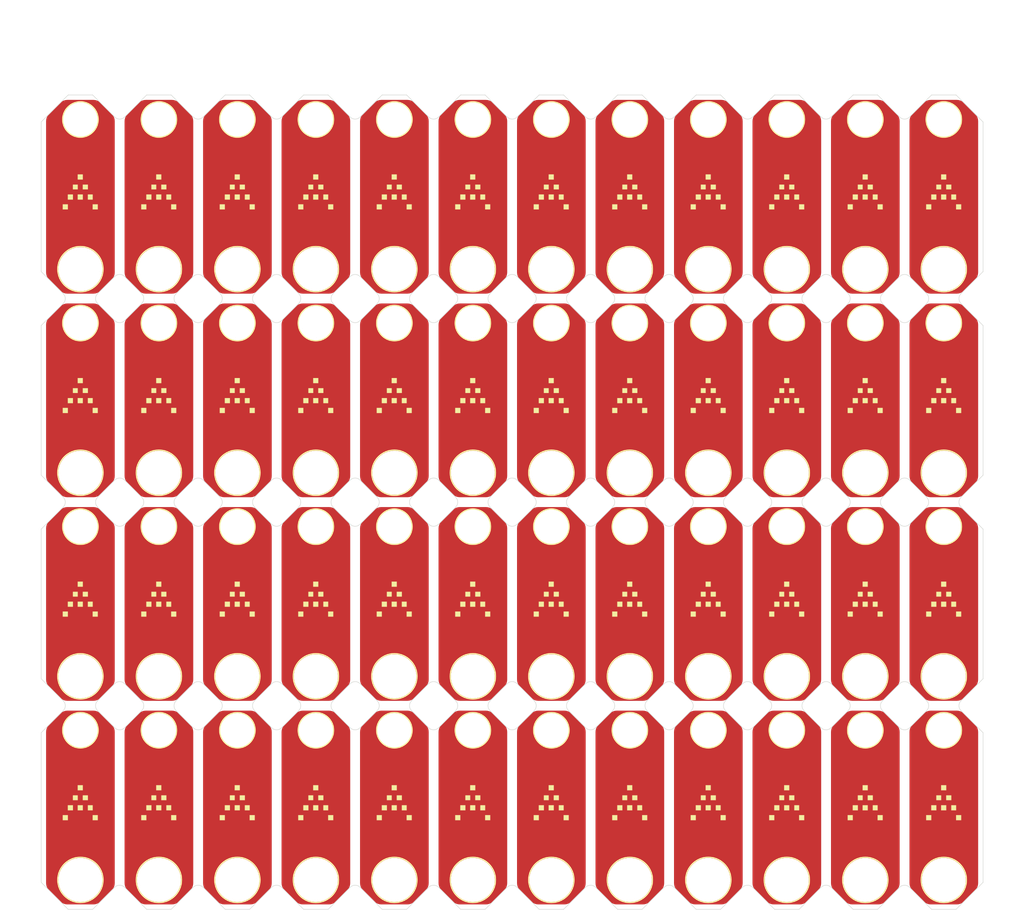
<source format=kicad_pcb>
(kicad_pcb (version 20221018) (generator pcbnew)
  (layers (0 "F.Cu" signal) (31 "B.Cu" signal) (34 "B.Paste" user) (35 "F.Paste" user) (36 "B.SilkS" user "B.Silkscreen") (37 "F.SilkS" user "F.Silkscreen") (38 "B.Mask" user) (39 "F.Mask" user) (44 "Edge.Cuts" user))
  (net 0 "")
  (footprint "locallib:StabilizerShim-Holes" (layer "F.Cu") (at 126.5 126.75)
    (fp_text reference "REF**")
    (fp_text value "StabilizerShim-Holes")
    (pad "" np_thru_hole circle (at 0 -6.985) (size 3.048 3.048) (drill 3.048) (layers "*.Cu" "*.Mask"))
    (pad "" np_thru_hole circle (at 0 8.255 90) (size 3.9878 3.9878) (drill 3.9878) (layers "*.Cu" "*.Mask"))
  )
  (footprint "locallib:StabilizerShim-Holes" (layer "F.Cu") (at 126.5 64.5)
    (fp_text reference "REF**")
    (fp_text value "StabilizerShim-Holes")
    (pad "" np_thru_hole circle (at 0 -6.985) (size 3.048 3.048) (drill 3.048) (layers "*.Cu" "*.Mask"))
    (pad "" np_thru_hole circle (at 0 8.255 90) (size 3.9878 3.9878) (drill 3.9878) (layers "*.Cu" "*.Mask"))
  )
  (footprint "locallib:StabilizerShim-Holes" (layer "F.Cu") (at 198.5 126.75)
    (fp_text reference "REF**")
    (fp_text value "StabilizerShim-Holes")
    (pad "" np_thru_hole circle (at 0 -6.985) (size 3.048 3.048) (drill 3.048) (layers "*.Cu" "*.Mask"))
    (pad "" np_thru_hole circle (at 0 8.255 90) (size 3.9878 3.9878) (drill 3.9878) (layers "*.Cu" "*.Mask"))
  )
  (footprint "locallib:StabilizerShim-Holes" (layer "F.Cu") (at 198.5 106)
    (fp_text reference "REF**")
    (fp_text value "StabilizerShim-Holes")
    (pad "" np_thru_hole circle (at 0 -6.985) (size 3.048 3.048) (drill 3.048) (layers "*.Cu" "*.Mask"))
    (pad "" np_thru_hole circle (at 0 8.255 90) (size 3.9878 3.9878) (drill 3.9878) (layers "*.Cu" "*.Mask"))
  )
  (footprint "locallib:StabilizerShim-Holes" (layer "F.Cu") (at 190.5 64.5)
    (fp_text reference "REF**")
    (fp_text value "StabilizerShim-Holes")
    (pad "" np_thru_hole circle (at 0 -6.985) (size 3.048 3.048) (drill 3.048) (layers "*.Cu" "*.Mask"))
    (pad "" np_thru_hole circle (at 0 8.255 90) (size 3.9878 3.9878) (drill 3.9878) (layers "*.Cu" "*.Mask"))
  )
  (footprint "locallib:StabilizerShim-Holes" (layer "F.Cu") (at 190.5 85.25)
    (fp_text reference "REF**")
    (fp_text value "StabilizerShim-Holes")
    (pad "" np_thru_hole circle (at 0 -6.985) (size 3.048 3.048) (drill 3.048) (layers "*.Cu" "*.Mask"))
    (pad "" np_thru_hole circle (at 0 8.255 90) (size 3.9878 3.9878) (drill 3.9878) (layers "*.Cu" "*.Mask"))
  )
  (footprint "locallib:ai-outline-7.6 - Copy" (layer "F.Cu") (at 126.5 65)
    (fp_text reference "G***" hide)
    (fp_text value "LOGO" hide)
  )
  (footprint "locallib:ai-outline-7.6 - Copy" (layer "F.Cu") (at 214.5 127.25)
    (fp_text reference "G***" hide)
    (fp_text value "LOGO" hide)
  )
  (footprint "locallib:ai-outline-7.6 - Copy" (layer "F.Cu") (at 174.5 127.25)
    (fp_text reference "G***" hide)
    (fp_text value "LOGO" hide)
  )
  (footprint "locallib:ai-outline-7.6 - Copy" (layer "F.Cu") (at 214.5 85.75)
    (fp_text reference "G***" hide)
    (fp_text value "LOGO" hide)
  )
  (footprint "locallib:StabilizerShim-Holes" (layer "F.Cu") (at 134.5 64.5)
    (fp_text reference "REF**")
    (fp_text value "StabilizerShim-Holes")
    (pad "" np_thru_hole circle (at 0 -6.985) (size 3.048 3.048) (drill 3.048) (layers "*.Cu" "*.Mask"))
    (pad "" np_thru_hole circle (at 0 8.255 90) (size 3.9878 3.9878) (drill 3.9878) (layers "*.Cu" "*.Mask"))
  )
  (footprint "locallib:StabilizerShim-Holes" (layer "F.Cu") (at 158.5 126.75)
    (fp_text reference "REF**")
    (fp_text value "StabilizerShim-Holes")
    (pad "" np_thru_hole circle (at 0 -6.985) (size 3.048 3.048) (drill 3.048) (layers "*.Cu" "*.Mask"))
    (pad "" np_thru_hole circle (at 0 8.255 90) (size 3.9878 3.9878) (drill 3.9878) (layers "*.Cu" "*.Mask"))
  )
  (footprint "locallib:ai-outline-7.6 - Copy" (layer "F.Cu") (at 198.5 127.25)
    (fp_text reference "G***" hide)
    (fp_text value "LOGO" hide)
  )
  (footprint "locallib:StabilizerShim-Holes" (layer "F.Cu") (at 150.5 64.5)
    (fp_text reference "REF**")
    (fp_text value "StabilizerShim-Holes")
    (pad "" np_thru_hole circle (at 0 -6.985) (size 3.048 3.048) (drill 3.048) (layers "*.Cu" "*.Mask"))
    (pad "" np_thru_hole circle (at 0 8.255 90) (size 3.9878 3.9878) (drill 3.9878) (layers "*.Cu" "*.Mask"))
  )
  (footprint "locallib:ai-outline-7.6 - Copy" (layer "F.Cu") (at 182.5 106.5)
    (fp_text reference "G***" hide)
    (fp_text value "LOGO" hide)
  )
  (footprint "locallib:ai-outline-7.6 - Copy" (layer "F.Cu") (at 174.5 106.5)
    (fp_text reference "G***" hide)
    (fp_text value "LOGO" hide)
  )
  (footprint "locallib:ai-outline-7.6 - Copy" (layer "F.Cu") (at 134.5 65)
    (fp_text reference "G***" hide)
    (fp_text value "LOGO" hide)
  )
  (footprint "locallib:StabilizerShim-Holes" (layer "F.Cu") (at 150.5 126.75)
    (fp_text reference "REF**")
    (fp_text value "StabilizerShim-Holes")
    (pad "" np_thru_hole circle (at 0 -6.985) (size 3.048 3.048) (drill 3.048) (layers "*.Cu" "*.Mask"))
    (pad "" np_thru_hole circle (at 0 8.255 90) (size 3.9878 3.9878) (drill 3.9878) (layers "*.Cu" "*.Mask"))
  )
  (footprint "locallib:ai-outline-7.6 - Copy" (layer "F.Cu") (at 126.5 85.75)
    (fp_text reference "G***" hide)
    (fp_text value "LOGO" hide)
  )
  (footprint "locallib:ai-outline-7.6 - Copy" (layer "F.Cu") (at 150.5 127.25)
    (fp_text reference "G***" hide)
    (fp_text value "LOGO" hide)
  )
  (footprint "locallib:StabilizerShim-Holes" (layer "F.Cu") (at 134.5 126.75)
    (fp_text reference "REF**")
    (fp_text value "StabilizerShim-Holes")
    (pad "" np_thru_hole circle (at 0 -6.985) (size 3.048 3.048) (drill 3.048) (layers "*.Cu" "*.Mask"))
    (pad "" np_thru_hole circle (at 0 8.255 90) (size 3.9878 3.9878) (drill 3.9878) (layers "*.Cu" "*.Mask"))
  )
  (footprint "locallib:ai-outline-7.6 - Copy" (layer "F.Cu") (at 214.5 65)
    (fp_text reference "G***" hide)
    (fp_text value "LOGO" hide)
  )
  (footprint "locallib:ai-outline-7.6 - Copy" (layer "F.Cu") (at 174.5 65)
    (fp_text reference "G***" hide)
    (fp_text value "LOGO" hide)
  )
  (footprint "locallib:StabilizerShim-Holes" (layer "F.Cu") (at 158.5 64.5)
    (fp_text reference "REF**")
    (fp_text value "StabilizerShim-Holes")
    (pad "" np_thru_hole circle (at 0 -6.985) (size 3.048 3.048) (drill 3.048) (layers "*.Cu" "*.Mask"))
    (pad "" np_thru_hole circle (at 0 8.255 90) (size 3.9878 3.9878) (drill 3.9878) (layers "*.Cu" "*.Mask"))
  )
  (footprint "locallib:StabilizerShim-Holes" (layer "F.Cu") (at 198.5 64.5)
    (fp_text reference "REF**")
    (fp_text value "StabilizerShim-Holes")
    (pad "" np_thru_hole circle (at 0 -6.985) (size 3.048 3.048) (drill 3.048) (layers "*.Cu" "*.Mask"))
    (pad "" np_thru_hole circle (at 0 8.255 90) (size 3.9878 3.9878) (drill 3.9878) (layers "*.Cu" "*.Mask"))
  )
  (footprint "locallib:ai-outline-7.6 - Copy" (layer "F.Cu") (at 142.5 127.25)
    (fp_text reference "G***" hide)
    (fp_text value "LOGO" hide)
  )
  (footprint "locallib:StabilizerShim-Holes" (layer "F.Cu") (at 134.5 106)
    (fp_text reference "REF**")
    (fp_text value "StabilizerShim-Holes")
    (pad "" np_thru_hole circle (at 0 -6.985) (size 3.048 3.048) (drill 3.048) (layers "*.Cu" "*.Mask"))
    (pad "" np_thru_hole circle (at 0 8.255 90) (size 3.9878 3.9878) (drill 3.9878) (layers "*.Cu" "*.Mask"))
  )
  (footprint "locallib:ai-outline-7.6 - Copy" (layer "F.Cu") (at 190.5 65)
    (fp_text reference "G***" hide)
    (fp_text value "LOGO" hide)
  )
  (footprint "locallib:ai-outline-7.6 - Copy" (layer "F.Cu") (at 134.5 85.75)
    (fp_text reference "G***" hide)
    (fp_text value "LOGO" hide)
  )
  (footprint "locallib:ai-outline-7.6 - Copy" (layer "F.Cu") (at 142.5 85.75)
    (fp_text reference "G***" hide)
    (fp_text value "LOGO" hide)
  )
  (footprint "locallib:StabilizerShim-Holes" (layer "F.Cu") (at 190.5 106)
    (fp_text reference "REF**")
    (fp_text value "StabilizerShim-Holes")
    (pad "" np_thru_hole circle (at 0 -6.985) (size 3.048 3.048) (drill 3.048) (layers "*.Cu" "*.Mask"))
    (pad "" np_thru_hole circle (at 0 8.255 90) (size 3.9878 3.9878) (drill 3.9878) (layers "*.Cu" "*.Mask"))
  )
  (footprint "locallib:StabilizerShim-Holes" (layer "F.Cu") (at 142.5 126.75)
    (fp_text reference "REF**")
    (fp_text value "StabilizerShim-Holes")
    (pad "" np_thru_hole circle (at 0 -6.985) (size 3.048 3.048) (drill 3.048) (layers "*.Cu" "*.Mask"))
    (pad "" np_thru_hole circle (at 0 8.255 90) (size 3.9878 3.9878) (drill 3.9878) (layers "*.Cu" "*.Mask"))
  )
  (footprint "locallib:ai-outline-7.6 - Copy" (layer "F.Cu") (at 150.5 65)
    (fp_text reference "G***" hide)
    (fp_text value "LOGO" hide)
  )
  (footprint "locallib:StabilizerShim-Holes" (layer "F.Cu") (at 214.5 64.5)
    (fp_text reference "REF**")
    (fp_text value "StabilizerShim-Holes")
    (pad "" np_thru_hole circle (at 0 -6.985) (size 3.048 3.048) (drill 3.048) (layers "*.Cu" "*.Mask"))
    (pad "" np_thru_hole circle (at 0 8.255 90) (size 3.9878 3.9878) (drill 3.9878) (layers "*.Cu" "*.Mask"))
  )
  (footprint "locallib:StabilizerShim-Holes" (layer "F.Cu") (at 166.5 64.5)
    (fp_text reference "REF**")
    (fp_text value "StabilizerShim-Holes")
    (pad "" np_thru_hole circle (at 0 -6.985) (size 3.048 3.048) (drill 3.048) (layers "*.Cu" "*.Mask"))
    (pad "" np_thru_hole circle (at 0 8.255 90) (size 3.9878 3.9878) (drill 3.9878) (layers "*.Cu" "*.Mask"))
  )
  (footprint "locallib:StabilizerShim-Holes" (layer "F.Cu") (at 158.5 85.25)
    (fp_text reference "REF**")
    (fp_text value "StabilizerShim-Holes")
    (pad "" np_thru_hole circle (at 0 -6.985) (size 3.048 3.048) (drill 3.048) (layers "*.Cu" "*.Mask"))
    (pad "" np_thru_hole circle (at 0 8.255 90) (size 3.9878 3.9878) (drill 3.9878) (layers "*.Cu" "*.Mask"))
  )
  (footprint "locallib:StabilizerShim-Holes" (layer "F.Cu") (at 214.5 106)
    (fp_text reference "REF**")
    (fp_text value "StabilizerShim-Holes")
    (pad "" np_thru_hole circle (at 0 -6.985) (size 3.048 3.048) (drill 3.048) (layers "*.Cu" "*.Mask"))
    (pad "" np_thru_hole circle (at 0 8.255 90) (size 3.9878 3.9878) (drill 3.9878) (layers "*.Cu" "*.Mask"))
  )
  (footprint "locallib:StabilizerShim-Holes" (layer "F.Cu") (at 142.5 85.25)
    (fp_text reference "REF**")
    (fp_text value "StabilizerShim-Holes")
    (pad "" np_thru_hole circle (at 0 -6.985) (size 3.048 3.048) (drill 3.048) (layers "*.Cu" "*.Mask"))
    (pad "" np_thru_hole circle (at 0 8.255 90) (size 3.9878 3.9878) (drill 3.9878) (layers "*.Cu" "*.Mask"))
  )
  (footprint "locallib:StabilizerShim-Holes" (layer "F.Cu") (at 182.5 64.5)
    (fp_text reference "REF**")
    (fp_text value "StabilizerShim-Holes")
    (pad "" np_thru_hole circle (at 0 -6.985) (size 3.048 3.048) (drill 3.048) (layers "*.Cu" "*.Mask"))
    (pad "" np_thru_hole circle (at 0 8.255 90) (size 3.9878 3.9878) (drill 3.9878) (layers "*.Cu" "*.Mask"))
  )
  (footprint "locallib:ai-outline-7.6 - Copy" (layer "F.Cu") (at 198.5 106.5)
    (fp_text reference "G***" hide)
    (fp_text value "LOGO" hide)
  )
  (footprint "locallib:StabilizerShim-Holes" (layer "F.Cu") (at 158.5 106)
    (fp_text reference "REF**")
    (fp_text value "StabilizerShim-Holes")
    (pad "" np_thru_hole circle (at 0 -6.985) (size 3.048 3.048) (drill 3.048) (layers "*.Cu" "*.Mask"))
    (pad "" np_thru_hole circle (at 0 8.255 90) (size 3.9878 3.9878) (drill 3.9878) (layers "*.Cu" "*.Mask"))
  )
  (footprint "locallib:StabilizerShim-Holes" (layer "F.Cu") (at 182.5 106)
    (fp_text reference "REF**")
    (fp_text value "StabilizerShim-Holes")
    (pad "" np_thru_hole circle (at 0 -6.985) (size 3.048 3.048) (drill 3.048) (layers "*.Cu" "*.Mask"))
    (pad "" np_thru_hole circle (at 0 8.255 90) (size 3.9878 3.9878) (drill 3.9878) (layers "*.Cu" "*.Mask"))
  )
  (footprint "locallib:StabilizerShim-Holes" (layer "F.Cu") (at 174.5 64.5)
    (fp_text reference "REF**")
    (fp_text value "StabilizerShim-Holes")
    (pad "" np_thru_hole circle (at 0 -6.985) (size 3.048 3.048) (drill 3.048) (layers "*.Cu" "*.Mask"))
    (pad "" np_thru_hole circle (at 0 8.255 90) (size 3.9878 3.9878) (drill 3.9878) (layers "*.Cu" "*.Mask"))
  )
  (footprint "locallib:StabilizerShim-Holes" (layer "F.Cu") (at 206.5 64.5)
    (fp_text reference "REF**")
    (fp_text value "StabilizerShim-Holes")
    (pad "" np_thru_hole circle (at 0 -6.985) (size 3.048 3.048) (drill 3.048) (layers "*.Cu" "*.Mask"))
    (pad "" np_thru_hole circle (at 0 8.255 90) (size 3.9878 3.9878) (drill 3.9878) (layers "*.Cu" "*.Mask"))
  )
  (footprint "locallib:ai-outline-7.6 - Copy" (layer "F.Cu") (at 198.5 85.75)
    (fp_text reference "G***" hide)
    (fp_text value "LOGO" hide)
  )
  (footprint "locallib:ai-outline-7.6 - Copy" (layer "F.Cu") (at 174.5 85.75)
    (fp_text reference "G***" hide)
    (fp_text value "LOGO" hide)
  )
  (footprint "locallib:ai-outline-7.6 - Copy" (layer "F.Cu") (at 150.5 106.5)
    (fp_text reference "G***" hide)
    (fp_text value "LOGO" hide)
  )
  (footprint "locallib:ai-outline-7.6 - Copy" (layer "F.Cu") (at 142.5 106.5)
    (fp_text reference "G***" hide)
    (fp_text value "LOGO" hide)
  )
  (footprint "locallib:StabilizerShim-Holes" (layer "F.Cu") (at 182.5 126.75)
    (fp_text reference "REF**")
    (fp_text value "StabilizerShim-Holes")
    (pad "" np_thru_hole circle (at 0 -6.985) (size 3.048 3.048) (drill 3.048) (layers "*.Cu" "*.Mask"))
    (pad "" np_thru_hole circle (at 0 8.255 90) (size 3.9878 3.9878) (drill 3.9878) (layers "*.Cu" "*.Mask"))
  )
  (footprint "locallib:StabilizerShim-Holes" (layer "F.Cu") (at 126.5 85.25)
    (fp_text reference "REF**")
    (fp_text value "StabilizerShim-Holes")
    (pad "" np_thru_hole circle (at 0 -6.985) (size 3.048 3.048) (drill 3.048) (layers "*.Cu" "*.Mask"))
    (pad "" np_thru_hole circle (at 0 8.255 90) (size 3.9878 3.9878) (drill 3.9878) (layers "*.Cu" "*.Mask"))
  )
  (footprint "locallib:ai-outline-7.6 - Copy" (layer "F.Cu") (at 206.5 65)
    (fp_text reference "G***" hide)
    (fp_text value "LOGO" hide)
  )
  (footprint "locallib:StabilizerShim-Holes" (layer "F.Cu") (at 174.5 126.75)
    (fp_text reference "REF**")
    (fp_text value "StabilizerShim-Holes")
    (pad "" np_thru_hole circle (at 0 -6.985) (size 3.048 3.048) (drill 3.048) (layers "*.Cu" "*.Mask"))
    (pad "" np_thru_hole circle (at 0 8.255 90) (size 3.9878 3.9878) (drill 3.9878) (layers "*.Cu" "*.Mask"))
  )
  (footprint "locallib:StabilizerShim-Holes" (layer "F.Cu") (at 150.5 85.25)
    (fp_text reference "REF**")
    (fp_text value "StabilizerShim-Holes")
    (pad "" np_thru_hole circle (at 0 -6.985) (size 3.048 3.048) (drill 3.048) (layers "*.Cu" "*.Mask"))
    (pad "" np_thru_hole circle (at 0 8.255 90) (size 3.9878 3.9878) (drill 3.9878) (layers "*.Cu" "*.Mask"))
  )
  (footprint "locallib:ai-outline-7.6 - Copy" (layer "F.Cu") (at 126.5 127.25)
    (fp_text reference "G***" hide)
    (fp_text value "LOGO" hide)
  )
  (footprint "locallib:StabilizerShim-Holes" (layer "F.Cu") (at 206.5 85.25)
    (fp_text reference "REF**")
    (fp_text value "StabilizerShim-Holes")
    (pad "" np_thru_hole circle (at 0 -6.985) (size 3.048 3.048) (drill 3.048) (layers "*.Cu" "*.Mask"))
    (pad "" np_thru_hole circle (at 0 8.255 90) (size 3.9878 3.9878) (drill 3.9878) (layers "*.Cu" "*.Mask"))
  )
  (footprint "locallib:ai-outline-7.6 - Copy" (layer "F.Cu") (at 206.5 127.25)
    (fp_text reference "G***" hide)
    (fp_text value "LOGO" hide)
  )
  (footprint "locallib:ai-outline-7.6 - Copy" (layer "F.Cu") (at 158.5 127.25)
    (fp_text reference "G***" hide)
    (fp_text value "LOGO" hide)
  )
  (footprint "locallib:ai-outline-7.6 - Copy" (layer "F.Cu") (at 134.5 106.5)
    (fp_text reference "G***" hide)
    (fp_text value "LOGO" hide)
  )
  (footprint "locallib:ai-outline-7.6 - Copy" (layer "F.Cu") (at 206.5 106.5)
    (fp_text reference "G***" hide)
    (fp_text value "LOGO" hide)
  )
  (footprint "locallib:StabilizerShim-Holes" (layer "F.Cu") (at 174.5 106)
    (fp_text reference "REF**")
    (fp_text value "StabilizerShim-Holes")
    (pad "" np_thru_hole circle (at 0 -6.985) (size 3.048 3.048) (drill 3.048) (layers "*.Cu" "*.Mask"))
    (pad "" np_thru_hole circle (at 0 8.255 90) (size 3.9878 3.9878) (drill 3.9878) (layers "*.Cu" "*.Mask"))
  )
  (footprint "locallib:StabilizerShim-Holes" (layer "F.Cu") (at 134.5 85.25)
    (fp_text reference "REF**")
    (fp_text value "StabilizerShim-Holes")
    (pad "" np_thru_hole circle (at 0 -6.985) (size 3.048 3.048) (drill 3.048) (layers "*.Cu" "*.Mask"))
    (pad "" np_thru_hole circle (at 0 8.255 90) (size 3.9878 3.9878) (drill 3.9878) (layers "*.Cu" "*.Mask"))
  )
  (footprint "locallib:ai-outline-7.6 - Copy" (layer "F.Cu") (at 126.5 106.5)
    (fp_text reference "G***" hide)
    (fp_text value "LOGO" hide)
  )
  (footprint "locallib:StabilizerShim-Holes" (layer "F.Cu") (at 126.5 106)
    (fp_text reference "REF**")
    (fp_text value "StabilizerShim-Holes")
    (pad "" np_thru_hole circle (at 0 -6.985) (size 3.048 3.048) (drill 3.048) (layers "*.Cu" "*.Mask"))
    (pad "" np_thru_hole circle (at 0 8.255 90) (size 3.9878 3.9878) (drill 3.9878) (layers "*.Cu" "*.Mask"))
  )
  (footprint "locallib:ai-outline-7.6 - Copy" (layer "F.Cu") (at 166.5 85.75)
    (fp_text reference "G***" hide)
    (fp_text value "LOGO" hide)
  )
  (footprint "locallib:ai-outline-7.6 - Copy" (layer "F.Cu") (at 190.5 106.5)
    (fp_text reference "G***" hide)
    (fp_text value "LOGO" hide)
  )
  (footprint "locallib:StabilizerShim-Holes" (layer "F.Cu") (at 166.5 126.75)
    (fp_text reference "REF**")
    (fp_text value "StabilizerShim-Holes")
    (pad "" np_thru_hole circle (at 0 -6.985) (size 3.048 3.048) (drill 3.048) (layers "*.Cu" "*.Mask"))
    (pad "" np_thru_hole circle (at 0 8.255 90) (size 3.9878 3.9878) (drill 3.9878) (layers "*.Cu" "*.Mask"))
  )
  (footprint "locallib:StabilizerShim-Holes" (layer "F.Cu") (at 198.5 85.25)
    (fp_text reference "REF**")
    (fp_text value "StabilizerShim-Holes")
    (pad "" np_thru_hole circle (at 0 -6.985) (size 3.048 3.048) (drill 3.048) (layers "*.Cu" "*.Mask"))
    (pad "" np_thru_hole circle (at 0 8.255 90) (size 3.9878 3.9878) (drill 3.9878) (layers "*.Cu" "*.Mask"))
  )
  (footprint "locallib:ai-outline-7.6 - Copy" (layer "F.Cu") (at 190.5 127.25)
    (fp_text reference "G***" hide)
    (fp_text value "LOGO" hide)
  )
  (footprint "locallib:ai-outline-7.6 - Copy" (layer "F.Cu") (at 158.5 106.5)
    (fp_text reference "G***" hide)
    (fp_text value "LOGO" hide)
  )
  (footprint "locallib:ai-outline-7.6 - Copy" (layer "F.Cu") (at 198.5 65)
    (fp_text reference "G***" hide)
    (fp_text value "LOGO" hide)
  )
  (footprint "locallib:StabilizerShim-Holes" (layer "F.Cu") (at 214.5 126.75)
    (fp_text reference "REF**")
    (fp_text value "StabilizerShim-Holes")
    (pad "" np_thru_hole circle (at 0 -6.985) (size 3.048 3.048) (drill 3.048) (layers "*.Cu" "*.Mask"))
    (pad "" np_thru_hole circle (at 0 8.255 90) (size 3.9878 3.9878) (drill 3.9878) (layers "*.Cu" "*.Mask"))
  )
  (footprint "locallib:ai-outline-7.6 - Copy" (layer "F.Cu") (at 190.5 85.75)
    (fp_text reference "G***" hide)
    (fp_text value "LOGO" hide)
  )
  (footprint "locallib:ai-outline-7.6 - Copy" (layer "F.Cu") (at 206.5 85.75)
    (fp_text reference "G***" hide)
    (fp_text value "LOGO" hide)
  )
  (footprint "locallib:ai-outline-7.6 - Copy" (layer "F.Cu") (at 166.5 65)
    (fp_text reference "G***" hide)
    (fp_text value "LOGO" hide)
  )
  (footprint "locallib:ai-outline-7.6 - Copy" (layer "F.Cu") (at 134.5 127.25)
    (fp_text reference "G***" hide)
    (fp_text value "LOGO" hide)
  )
  (footprint "locallib:ai-outline-7.6 - Copy" (layer "F.Cu") (at 150.5 85.75)
    (fp_text reference "G***" hide)
    (fp_text value "LOGO" hide)
  )
  (footprint "locallib:StabilizerShim-Holes" (layer "F.Cu") (at 214.5 85.25)
    (fp_text reference "REF**")
    (fp_text value "StabilizerShim-Holes")
    (pad "" np_thru_hole circle (at 0 -6.985) (size 3.048 3.048) (drill 3.048) (layers "*.Cu" "*.Mask"))
    (pad "" np_thru_hole circle (at 0 8.255 90) (size 3.9878 3.9878) (drill 3.9878) (layers "*.Cu" "*.Mask"))
  )
  (footprint "locallib:ai-outline-7.6 - Copy" (layer "F.Cu") (at 142.5 65)
    (fp_text reference "G***" hide)
    (fp_text value "LOGO" hide)
  )
  (footprint "locallib:StabilizerShim-Holes" (layer "F.Cu") (at 150.5 106)
    (fp_text reference "REF**")
    (fp_text value "StabilizerShim-Holes")
    (pad "" np_thru_hole circle (at 0 -6.985) (size 3.048 3.048) (drill 3.048) (layers "*.Cu" "*.Mask"))
    (pad "" np_thru_hole circle (at 0 8.255 90) (size 3.9878 3.9878) (drill 3.9878) (layers "*.Cu" "*.Mask"))
  )
  (footprint "locallib:StabilizerShim-Holes" (layer "F.Cu") (at 206.5 106)
    (fp_text reference "REF**")
    (fp_text value "StabilizerShim-Holes")
    (pad "" np_thru_hole circle (at 0 -6.985) (size 3.048 3.048) (drill 3.048) (layers "*.Cu" "*.Mask"))
    (pad "" np_thru_hole circle (at 0 8.255 90) (size 3.9878 3.9878) (drill 3.9878) (layers "*.Cu" "*.Mask"))
  )
  (footprint "locallib:StabilizerShim-Holes" (layer "F.Cu") (at 166.5 85.25)
    (fp_text reference "REF**")
    (fp_text value "StabilizerShim-Holes")
    (pad "" np_thru_hole circle (at 0 -6.985) (size 3.048 3.048) (drill 3.048) (layers "*.Cu" "*.Mask"))
    (pad "" np_thru_hole circle (at 0 8.255 90) (size 3.9878 3.9878) (drill 3.9878) (layers "*.Cu" "*.Mask"))
  )
  (footprint "locallib:StabilizerShim-Holes" (layer "F.Cu") (at 142.5 64.5)
    (fp_text reference "REF**")
    (fp_text value "StabilizerShim-Holes")
    (pad "" np_thru_hole circle (at 0 -6.985) (size 3.048 3.048) (drill 3.048) (layers "*.Cu" "*.Mask"))
    (pad "" np_thru_hole circle (at 0 8.255 90) (size 3.9878 3.9878) (drill 3.9878) (layers "*.Cu" "*.Mask"))
  )
  (footprint "locallib:StabilizerShim-Holes" (layer "F.Cu") (at 182.5 85.25)
    (fp_text reference "REF**")
    (fp_text value "StabilizerShim-Holes")
    (pad "" np_thru_hole circle (at 0 -6.985) (size 3.048 3.048) (drill 3.048) (layers "*.Cu" "*.Mask"))
    (pad "" np_thru_hole circle (at 0 8.255 90) (size 3.9878 3.9878) (drill 3.9878) (layers "*.Cu" "*.Mask"))
  )
  (footprint "locallib:ai-outline-7.6 - Copy" (layer "F.Cu") (at 158.5 85.75)
    (fp_text reference "G***" hide)
    (fp_text value "LOGO" hide)
  )
  (footprint "locallib:ai-outline-7.6 - Copy" (layer "F.Cu") (at 182.5 65)
    (fp_text reference "G***" hide)
    (fp_text value "LOGO" hide)
  )
  (footprint "locallib:ai-outline-7.6 - Copy" (layer "F.Cu") (at 182.5 85.75)
    (fp_text reference "G***" hide)
    (fp_text value "LOGO" hide)
  )
  (footprint "locallib:ai-outline-7.6 - Copy" (layer "F.Cu") (at 214.5 106.5)
    (fp_text reference "G***" hide)
    (fp_text value "LOGO" hide)
  )
  (footprint "locallib:ai-outline-7.6 - Copy" (layer "F.Cu") (at 182.5 127.25)
    (fp_text reference "G***" hide)
    (fp_text value "LOGO" hide)
  )
  (footprint "locallib:StabilizerShim-Holes" (layer "F.Cu") (at 206.5 126.75)
    (fp_text reference "REF**")
    (fp_text value "StabilizerShim-Holes")
    (pad "" np_thru_hole circle (at 0 -6.985) (size 3.048 3.048) (drill 3.048) (layers "*.Cu" "*.Mask"))
    (pad "" np_thru_hole circle (at 0 8.255 90) (size 3.9878 3.9878) (drill 3.9878) (layers "*.Cu" "*.Mask"))
  )
  (footprint "locallib:ai-outline-7.6 - Copy" (layer "F.Cu") (at 166.5 127.25)
    (fp_text reference "G***" hide)
    (fp_text value "LOGO" hide)
  )
  (footprint "locallib:StabilizerShim-Holes" (layer "F.Cu") (at 166.5 106)
    (fp_text reference "REF**")
    (fp_text value "StabilizerShim-Holes")
    (pad "" np_thru_hole circle (at 0 -6.985) (size 3.048 3.048) (drill 3.048) (layers "*.Cu" "*.Mask"))
    (pad "" np_thru_hole circle (at 0 8.255 90) (size 3.9878 3.9878) (drill 3.9878) (layers "*.Cu" "*.Mask"))
  )
  (footprint "locallib:StabilizerShim-Holes" (layer "F.Cu") (at 174.5 85.25)
    (fp_text reference "REF**")
    (fp_text value "StabilizerShim-Holes")
    (pad "" np_thru_hole circle (at 0 -6.985) (size 3.048 3.048) (drill 3.048) (layers "*.Cu" "*.Mask"))
    (pad "" np_thru_hole circle (at 0 8.255 90) (size 3.9878 3.9878) (drill 3.9878) (layers "*.Cu" "*.Mask"))
  )
  (footprint "locallib:StabilizerShim-Holes" (layer "F.Cu") (at 142.5 106)
    (fp_text reference "REF**")
    (fp_text value "StabilizerShim-Holes")
    (pad "" np_thru_hole circle (at 0 -6.985) (size 3.048 3.048) (drill 3.048) (layers "*.Cu" "*.Mask"))
    (pad "" np_thru_hole circle (at 0 8.255 90) (size 3.9878 3.9878) (drill 3.9878) (layers "*.Cu" "*.Mask"))
  )
  (footprint "locallib:ai-outline-7.6 - Copy" (layer "F.Cu") (at 166.5 106.5)
    (fp_text reference "G***" hide)
    (fp_text value "LOGO" hide)
  )
  (footprint "locallib:ai-outline-7.6 - Copy" (layer "F.Cu") (at 158.5 65)
    (fp_text reference "G***" hide)
    (fp_text value "LOGO" hide)
  )
  (footprint "locallib:StabilizerShim-Holes" (layer "F.Cu") (at 190.5 126.75)
    (fp_text reference "REF**")
    (fp_text value "StabilizerShim-Holes")
    (pad "" np_thru_hole circle (at 0 -6.985) (size 3.048 3.048) (drill 3.048) (layers "*.Cu" "*.Mask"))
    (pad "" np_thru_hole circle (at 0 8.255 90) (size 3.9878 3.9878) (drill 3.9878) (layers "*.Cu" "*.Mask"))
  )
  (gr_circle (center 126.5 72.75) (end 128.25 71.25) (stroke (width 0.12)) (fill none) (layer "F.SilkS"))
  (gr_circle (center 126.5 57.5) (end 128 56.5) (stroke (width 0.12)) (fill none) (layer "F.SilkS"))
  (gr_circle (center 214.5 135) (end 216.25 133.5) (stroke (width 0.12)) (fill none) (layer "F.SilkS"))
  (gr_circle (center 214.5 119.75) (end 216 118.75) (stroke (width 0.12)) (fill none) (layer "F.SilkS"))
  (gr_circle (center 214.5 93.5) (end 216.25 92) (stroke (width 0.12)) (fill none) (layer "F.SilkS"))
  (gr_circle (center 214.5 72.75) (end 216.25 71.25) (stroke (width 0.12)) (fill none) (layer "F.SilkS"))
  (gr_circle (center 214.5 78.25) (end 216 77.25) (stroke (width 0.12)) (fill none) (layer "F.SilkS"))
  (gr_circle (center 214.5 57.5) (end 216 56.5) (stroke (width 0.12)) (fill none) (layer "F.SilkS"))
  (gr_circle (center 214.5 114.25) (end 216.25 112.75) (stroke (width 0.12)) (fill none) (layer "F.SilkS"))
  (gr_circle (center 214.5 99) (end 216 98) (stroke (width 0.12)) (fill none) (layer "F.SilkS"))
  (gr_circle (center 190.5 57.5) (end 192 56.5) (stroke (width 0.12)) (fill none) (layer "F.SilkS"))
  (gr_circle (center 182.5 114.25) (end 184.25 112.75) (stroke (width 0.12)) (fill none) (layer "F.SilkS"))
  (gr_circle (center 134.5 57.5) (end 136 56.5) (stroke (width 0.12)) (fill none) (layer "F.SilkS"))
  (gr_circle (center 134.5 99) (end 136 98) (stroke (width 0.12)) (fill none) (layer "F.SilkS"))
  (gr_circle (center 150.5 99) (end 152 98) (stroke (width 0.12)) (fill none) (layer "F.SilkS"))
  (gr_circle (center 158.5 114.25) (end 160.25 112.75) (stroke (width 0.12)) (fill none) (layer "F.SilkS"))
  (gr_circle (center 206.5 78.25) (end 208 77.25) (stroke (width 0.12)) (fill none) (layer "F.SilkS"))
  (gr_circle (center 142.5 57.5) (end 144 56.5) (stroke (width 0.12)) (fill none) (layer "F.SilkS"))
  (gr_circle (center 174.5 114.25) (end 176.25 112.75) (stroke (width 0.12)) (fill none) (layer "F.SilkS"))
  (gr_circle (center 206.5 57.5) (end 208 56.5) (stroke (width 0.12)) (fill none) (layer "F.SilkS"))
  (gr_circle (center 126.5 93.5) (end 128.25 92) (stroke (width 0.12)) (fill none) (layer "F.SilkS"))
  (gr_circle (center 166.5 78.25) (end 168 77.25) (stroke (width 0.12)) (fill none) (layer "F.SilkS"))
  (gr_circle (center 126.5 119.75) (end 128 118.75) (stroke (width 0.12)) (fill none) (layer "F.SilkS"))
  (gr_circle (center 158.5 72.75) (end 160.25 71.25) (stroke (width 0.12)) (fill none) (layer "F.SilkS"))
  (gr_circle (center 166.5 57.5) (end 168 56.5) (stroke (width 0.12)) (fill none) (layer "F.SilkS"))
  (gr_circle (center 206.5 119.75) (end 208 118.75) (stroke (width 0.12)) (fill none) (layer "F.SilkS"))
  (gr_circle (center 190.5 93.5) (end 192.25 92) (stroke (width 0.12)) (fill none) (layer "F.SilkS"))
  (gr_circle (center 174.5 99) (end 176 98) (stroke (width 0.12)) (fill none) (layer "F.SilkS"))
  (gr_circle (center 134.5 93.5) (end 136.25 92) (stroke (width 0.12)) (fill none) (layer "F.SilkS"))
  (gr_circle (center 174.5 119.75) (end 176 118.75) (stroke (width 0.12)) (fill none) (layer "F.SilkS"))
  (gr_circle (center 174.5 135) (end 176.25 133.5) (stroke (width 0.12)) (fill none) (layer "F.SilkS"))
  (gr_circle (center 126.5 99) (end 128 98) (stroke (width 0.12)) (fill none) (layer "F.SilkS"))
  (gr_circle (center 206.5 72.75) (end 208.25 71.25) (stroke (width 0.12)) (fill none) (layer "F.SilkS"))
  (gr_circle (center 150.5 119.75) (end 152 118.75) (stroke (width 0.12)) (fill none) (layer "F.SilkS"))
  (gr_circle (center 174.5 93.5) (end 176.25 92) (stroke (width 0.12)) (fill none) (layer "F.SilkS"))
  (gr_circle (center 134.5 114.25) (end 136.25 112.75) (stroke (width 0.12)) (fill none) (layer "F.SilkS"))
  (gr_circle (center 166.5 119.75) (end 168 118.75) (stroke (width 0.12)) (fill none) (layer "F.SilkS"))
  (gr_circle (center 134.5 78.25) (end 136 77.25) (stroke (width 0.12)) (fill none) (layer "F.SilkS"))
  (gr_circle (center 182.5 99) (end 184 98) (stroke (width 0.12)) (fill none) (layer "F.SilkS"))
  (gr_circle (center 150.5 135) (end 152.25 133.5) (stroke (width 0.12)) (fill none) (layer "F.SilkS"))
  (gr_circle (center 190.5 72.75) (end 192.25 71.25) (stroke (width 0.12)) (fill none) (layer "F.SilkS"))
  (gr_circle (center 198.5 72.75) (end 200.25 71.25) (stroke (width 0.12)) (fill none) (layer "F.SilkS"))
  (gr_circle (center 198.5 93.5) (end 200.25 92) (stroke (width 0.12)) (fill none) (layer "F.SilkS"))
  (gr_circle (center 166.5 135) (end 168.25 133.5) (stroke (width 0.12)) (fill none) (layer "F.SilkS"))
  (gr_circle (center 190.5 99) (end 192 98) (stroke (width 0.12)) (fill none) (layer "F.SilkS"))
  (gr_circle (center 158.5 93.5) (end 160.25 92) (stroke (width 0.12)) (fill none) (layer "F.SilkS"))
  (gr_circle (center 166.5 99) (end 168 98) (stroke (width 0.12)) (fill none) (layer "F.SilkS"))
  (gr_circle (center 198.5 99) (end 200 98) (stroke (width 0.12)) (fill none) (layer "F.SilkS"))
  (gr_circle (center 198.5 119.75) (end 200 118.75) (stroke (width 0.12)) (fill none) (layer "F.SilkS"))
  (gr_circle (center 174.5 57.5) (end 176 56.5) (stroke (width 0.12)) (fill none) (layer "F.SilkS"))
  (gr_circle (center 174.5 72.75) (end 176.25 71.25) (stroke (width 0.12)) (fill none) (layer "F.SilkS"))
  (gr_circle (center 126.5 78.25) (end 128 77.25) (stroke (width 0.12)) (fill none) (layer "F.SilkS"))
  (gr_circle (center 134.5 135) (end 136.25 133.5) (stroke (width 0.12)) (fill none) (layer "F.SilkS"))
  (gr_circle (center 126.5 135) (end 128.25 133.5) (stroke (width 0.12)) (fill none) (layer "F.SilkS"))
  (gr_circle (center 126.5 114.25) (end 128.25 112.75) (stroke (width 0.12)) (fill none) (layer "F.SilkS"))
  (gr_circle (center 182.5 57.5) (end 184 56.5) (stroke (width 0.12)) (fill none) (layer "F.SilkS"))
  (gr_circle (center 190.5 135) (end 192.25 133.5) (stroke (width 0.12)) (fill none) (layer "F.SilkS"))
  (gr_circle (center 142.5 93.5) (end 144.25 92) (stroke (width 0.12)) (fill none) (layer "F.SilkS"))
  (gr_circle (center 182.5 119.75) (end 184 118.75) (stroke (width 0.12)) (fill none) (layer "F.SilkS"))
  (gr_circle (center 142.5 78.25) (end 144 77.25) (stroke (width 0.12)) (fill none) (layer "F.SilkS"))
  (gr_circle (center 198.5 135) (end 200.25 133.5) (stroke (width 0.12)) (fill none) (layer "F.SilkS"))
  (gr_circle (center 158.5 119.75) (end 160 118.75) (stroke (width 0.12)) (fill none) (layer "F.SilkS"))
  (gr_circle (center 198.5 57.5) (end 200 56.5) (stroke (width 0.12)) (fill none) (layer "F.SilkS"))
  (gr_circle (center 142.5 114.25) (end 144.25 112.75) (stroke (width 0.12)) (fill none) (layer "F.SilkS"))
  (gr_circle (center 182.5 78.25) (end 184 77.25) (stroke (width 0.12)) (fill none) (layer "F.SilkS"))
  (gr_circle (center 134.5 72.75) (end 136.25 71.25) (stroke (width 0.12)) (fill none) (layer "F.SilkS"))
  (gr_circle (center 142.5 99) (end 144 98) (stroke (width 0.12)) (fill none) (layer "F.SilkS"))
  (gr_circle (center 198.5 78.25) (end 200 77.25) (stroke (width 0.12)) (fill none) (layer "F.SilkS"))
  (gr_circle (center 158.5 57.5) (end 160 56.5) (stroke (width 0.12)) (fill none) (layer "F.SilkS"))
  (gr_circle (center 166.5 93.5) (end 168.25 92) (stroke (width 0.12)) (fill none) (layer "F.SilkS"))
  (gr_circle (center 206.5 114.25) (end 208.25 112.75) (stroke (width 0.12)) (fill none) (layer "F.SilkS"))
  (gr_circle (center 182.5 72.75) (end 184.25 71.25) (stroke (width 0.12)) (fill none) (layer "F.SilkS"))
  (gr_circle (center 150.5 114.25) (end 152.25 112.75) (stroke (width 0.12)) (fill none) (layer "F.SilkS"))
  (gr_circle (center 174.5 78.25) (end 176 77.25) (stroke (width 0.12)) (fill none) (layer "F.SilkS"))
  (gr_circle (center 182.5 93.5) (end 184.25 92) (stroke (width 0.12)) (fill none) (layer "F.SilkS"))
  (gr_circle (center 158.5 135) (end 160.25 133.5) (stroke (width 0.12)) (fill none) (layer "F.SilkS"))
  (gr_circle (center 158.5 99) (end 160 98) (stroke (width 0.12)) (fill none) (layer "F.SilkS"))
  (gr_circle (center 142.5 72.75) (end 144.25 71.25) (stroke (width 0.12)) (fill none) (layer "F.SilkS"))
  (gr_circle (center 190.5 78.25) (end 192 77.25) (stroke (width 0.12)) (fill none) (layer "F.SilkS"))
  (gr_circle (center 142.5 119.75) (end 144 118.75) (stroke (width 0.12)) (fill none) (layer "F.SilkS"))
  (gr_circle (center 190.5 119.75) (end 192 118.75) (stroke (width 0.12)) (fill none) (layer "F.SilkS"))
  (gr_circle (center 150.5 57.5) (end 152 56.5) (stroke (width 0.12)) (fill none) (layer "F.SilkS"))
  (gr_circle (center 190.5 114.25) (end 192.25 112.75) (stroke (width 0.12)) (fill none) (layer "F.SilkS"))
  (gr_circle (center 166.5 72.75) (end 168.25 71.25) (stroke (width 0.12)) (fill none) (layer "F.SilkS"))
  (gr_circle (center 206.5 99) (end 208 98) (stroke (width 0.12)) (fill none) (layer "F.SilkS"))
  (gr_circle (center 142.5 135) (end 144.25 133.5) (stroke (width 0.12)) (fill none) (layer "F.SilkS"))
  (gr_circle (center 158.5 78.25) (end 160 77.25) (stroke (width 0.12)) (fill none) (layer "F.SilkS"))
  (gr_circle (center 182.5 135) (end 184.25 133.5) (stroke (width 0.12)) (fill none) (layer "F.SilkS"))
  (gr_circle (center 166.5 114.25) (end 168.25 112.75) (stroke (width 0.12)) (fill none) (layer "F.SilkS"))
  (gr_circle (center 206.5 93.5) (end 208.25 92) (stroke (width 0.12)) (fill none) (layer "F.SilkS"))
  (gr_circle (center 134.5 119.75) (end 136 118.75) (stroke (width 0.12)) (fill none) (layer "F.SilkS"))
  (gr_circle (center 150.5 78.25) (end 152 77.25) (stroke (width 0.12)) (fill none) (layer "F.SilkS"))
  (gr_circle (center 206.5 135) (end 208.25 133.5) (stroke (width 0.12)) (fill none) (layer "F.SilkS"))
  (gr_circle (center 150.5 93.5) (end 152.25 92) (stroke (width 0.12)) (fill none) (layer "F.SilkS"))
  (gr_circle (center 150.5 72.75) (end 152.25 71.25) (stroke (width 0.12)) (fill none) (layer "F.SilkS"))
  (gr_circle (center 198.5 114.25) (end 200.25 112.75) (stroke (width 0.12)) (fill none) (layer "F.SilkS"))
  (gr_arc (start 210.000001 73.500001) (mid 210.5 73.292895) (end 210.999999 73.500001) (stroke (width 0.05)) (layer "Edge.Cuts"))
  (gr_line (start 210.999999 73.500001) (end 212.749999 75.250001) (stroke (width 0.05)) (layer "Edge.Cuts"))
  (gr_line (start 130.999999 77.999999) (end 132.749999 76.249999) (stroke (width 0.05)) (layer "Edge.Cuts"))
  (gr_arc (start 130.000001 73.500001) (mid 130.5 73.292895) (end 130.999999 73.500001) (stroke (width 0.05)) (layer "Edge.Cuts"))
  (gr_line (start 128.250001 75.250001) (end 130.000001 73.500001) (stroke (width 0.05)) (layer "Edge.Cuts"))
  (gr_arc (start 130.999999 77.999999) (mid 130.5 78.207105) (end 130.000001 77.999999) (stroke (width 0.05)) (layer "Edge.Cuts"))
  (gr_arc (start 128.250001 76.249999) (mid 128.042895 75.75) (end 128.250001 75.250001) (stroke (width 0.05)) (layer "Edge.Cuts"))
  (gr_line (start 128.250001 76.249999) (end 130.000001 77.999999) (stroke (width 0.05)) (layer "Edge.Cuts"))
  (gr_arc (start 132.749999 75.250001) (mid 132.957105 75.75) (end 132.749999 76.249999) (stroke (width 0.05)) (layer "Edge.Cuts"))
  (gr_line (start 130.999999 73.500001) (end 132.749999 75.250001) (stroke (width 0.05)) (layer "Edge.Cuts"))
  (gr_arc (start 138.000001 94.250001) (mid 138.5 94.042895) (end 138.999999 94.250001) (stroke (width 0.05)) (layer "Edge.Cuts"))
  (gr_line (start 128.250001 96.000001) (end 130.000001 94.250001) (stroke (width 0.05)) (layer "Edge.Cuts"))
  (gr_arc (start 146.000001 94.250001) (mid 146.5 94.042895) (end 146.999999 94.250001) (stroke (width 0.05)) (layer "Edge.Cuts"))
  (gr_line (start 152.250001 96.000001) (end 154.000001 94.250001) (stroke (width 0.05)) (layer "Edge.Cuts"))
  (gr_line (start 138.999999 94.250001) (end 140.749999 96.000001) (stroke (width 0.05)) (layer "Edge.Cuts"))
  (gr_line (start 146.999999 94.250001) (end 148.749999 96.000001) (stroke (width 0.05)) (layer "Edge.Cuts"))
  (gr_line (start 136.250001 96.000001) (end 138.000001 94.250001) (stroke (width 0.05)) (layer "Edge.Cuts"))
  (gr_arc (start 138.999999 98.749999) (mid 138.5 98.957105) (end 138.000001 98.749999) (stroke (width 0.05)) (layer "Edge.Cuts"))
  (gr_line (start 144.250001 96.000001) (end 146.000001 94.250001) (stroke (width 0.05)) (layer "Edge.Cuts"))
  (gr_line (start 130.999999 98.749999) (end 132.749999 96.999999) (stroke (width 0.05)) (layer "Edge.Cuts"))
  (gr_line (start 152.250001 96.999999) (end 154.000001 98.749999) (stroke (width 0.05)) (layer "Edge.Cuts"))
  (gr_line (start 146.999999 98.749999) (end 148.749999 96.999999) (stroke (width 0.05)) (layer "Edge.Cuts"))
  (gr_line (start 136.250001 96.999999) (end 138.000001 98.749999) (stroke (width 0.05)) (layer "Edge.Cuts"))
  (gr_arc (start 140.749999 96.000001) (mid 140.957105 96.5) (end 140.749999 96.999999) (stroke (width 0.05)) (layer "Edge.Cuts"))
  (gr_arc (start 146.999999 98.749999) (mid 146.5 98.957105) (end 146.000001 98.749999) (stroke (width 0.05)) (layer "Edge.Cuts"))
  (gr_arc (start 130.000001 94.250001) (mid 130.5 94.042895) (end 130.999999 94.250001) (stroke (width 0.05)) (layer "Edge.Cuts"))
  (gr_arc (start 154.999999 98.749999) (mid 154.5 98.957105) (end 154.000001 98.749999) (stroke (width 0.05)) (layer "Edge.Cuts"))
  (gr_line (start 154.999999 94.250001) (end 156.749999 96.000001) (stroke (width 0.05)) (layer "Edge.Cuts"))
  (gr_arc (start 128.250001 96.999999) (mid 128.042895 96.5) (end 128.250001 96.000001) (stroke (width 0.05)) (layer "Edge.Cuts"))
  (gr_line (start 144.250001 96.999999) (end 146.000001 98.749999) (stroke (width 0.05)) (layer "Edge.Cuts"))
  (gr_arc (start 136.250001 96.999999) (mid 136.042895 96.5) (end 136.250001 96.000001) (stroke (width 0.05)) (layer "Edge.Cuts"))
  (gr_arc (start 152.250001 96.999999) (mid 152.042895 96.5) (end 152.250001 96.000001) (stroke (width 0.05)) (layer "Edge.Cuts"))
  (gr_arc (start 156.749999 96.000001) (mid 156.957105 96.5) (end 156.749999 96.999999) (stroke (width 0.05)) (layer "Edge.Cuts"))
  (gr_arc (start 130.999999 98.749999) (mid 130.5 98.957105) (end 130.000001 98.749999) (stroke (width 0.05)) (layer "Edge.Cuts"))
  (gr_arc (start 148.749999 96.000001) (mid 148.957105 96.5) (end 148.749999 96.999999) (stroke (width 0.05)) (layer "Edge.Cuts"))
  (gr_line (start 138.999999 98.749999) (end 140.749999 96.999999) (stroke (width 0.05)) (layer "Edge.Cuts"))
  (gr_line (start 130.999999 94.250001) (end 132.749999 96.000001) (stroke (width 0.05)) (layer "Edge.Cuts"))
  (gr_arc (start 132.749999 96.000001) (mid 132.957105 96.5) (end 132.749999 96.999999) (stroke (width 0.05)) (layer "Edge.Cuts"))
  (gr_arc (start 144.250001 96.999999) (mid 144.042895 96.5) (end 144.250001 96.000001) (stroke (width 0.05)) (layer "Edge.Cuts"))
  (gr_line (start 128.250001 96.999999) (end 130.000001 98.749999) (stroke (width 0.05)) (layer "Edge.Cuts"))
  (gr_line (start 210.999999 98.749999) (end 212.749999 96.999999) (stroke (width 0.05)) (layer "Edge.Cuts"))
  (gr_arc (start 210.000001 94.250001) (mid 210.5 94.042895) (end 210.999999 94.250001) (stroke (width 0.05)) (layer "Edge.Cuts"))
  (gr_line (start 208.250001 96.000001) (end 210.000001 94.250001) (stroke (width 0.05)) (layer "Edge.Cuts"))
  (gr_arc (start 210.999999 98.749999) (mid 210.5 98.957105) (end 210.000001 98.749999) (stroke (width 0.05)) (layer "Edge.Cuts"))
  (gr_arc (start 208.250001 96.999999) (mid 208.042895 96.5) (end 208.250001 96.000001) (stroke (width 0.05)) (layer "Edge.Cuts"))
  (gr_line (start 208.250001 96.999999) (end 210.000001 98.749999) (stroke (width 0.05)) (layer "Edge.Cuts"))
  (gr_arc (start 212.749999 96.000001) (mid 212.957105 96.5) (end 212.749999 96.999999) (stroke (width 0.05)) (layer "Edge.Cuts"))
  (gr_line (start 210.999999 94.250001) (end 212.749999 96.000001) (stroke (width 0.05)) (layer "Edge.Cuts"))
  (gr_line (start 162.999999 98.749999) (end 164.749999 96.999999) (stroke (width 0.05)) (layer "Edge.Cuts"))
  (gr_arc (start 160.250001 96.999999) (mid 160.042895 96.5) (end 160.250001 96.000001) (stroke (width 0.05)) (layer "Edge.Cuts"))
  (gr_line (start 184.250001 96.999999) (end 186.000001 98.749999) (stroke (width 0.05)) (layer "Edge.Cuts"))
  (gr_line (start 178.999999 98.749999) (end 180.749999 96.999999) (stroke (width 0.05)) (layer "Edge.Cuts"))
  (gr_line (start 160.250001 96.999999) (end 162.000001 98.749999) (stroke (width 0.05)) (layer "Edge.Cuts"))
  (gr_arc (start 164.749999 96.000001) (mid 164.957105 96.5) (end 164.749999 96.999999) (stroke (width 0.05)) (layer "Edge.Cuts"))
  (gr_line (start 162.999999 94.250001) (end 164.749999 96.000001) (stroke (width 0.05)) (layer "Edge.Cuts"))
  (gr_line (start 176.250001 96.999999) (end 178.000001 98.749999) (stroke (width 0.05)) (layer "Edge.Cuts"))
  (gr_line (start 178.999999 94.250001) (end 180.749999 96.000001) (stroke (width 0.05)) (layer "Edge.Cuts"))
  (gr_line (start 168.250001 96.000001) (end 170.000001 94.250001) (stroke (width 0.05)) (layer "Edge.Cuts"))
  (gr_line (start 160.250001 96.000001) (end 162.000001 94.250001) (stroke (width 0.05)) (layer "Edge.Cuts"))
  (gr_line (start 154.999999 98.749999) (end 156.749999 96.999999) (stroke (width 0.05)) (layer "Edge.Cuts"))
  (gr_line (start 176.250001 96.000001) (end 178.000001 94.250001) (stroke (width 0.05)) (layer "Edge.Cuts"))
  (gr_arc (start 154.000001 94.250001) (mid 154.5 94.042895) (end 154.999999 94.250001) (stroke (width 0.05)) (layer "Edge.Cuts"))
  (gr_arc (start 188.749999 96.000001) (mid 188.957105 96.5) (end 188.749999 96.999999) (stroke (width 0.05)) (layer "Edge.Cuts"))
  (gr_arc (start 184.250001 96.999999) (mid 184.042895 96.5) (end 184.250001 96.000001) (stroke (width 0.05)) (layer "Edge.Cuts"))
  (gr_line (start 186.999999 94.250001) (end 188.749999 96.000001) (stroke (width 0.05)) (layer "Edge.Cuts"))
  (gr_arc (start 178.999999 98.749999) (mid 178.5 98.957105) (end 178.000001 98.749999) (stroke (width 0.05)) (layer "Edge.Cuts"))
  (gr_arc (start 176.250001 96.999999) (mid 176.042895 96.5) (end 176.250001 96.000001) (stroke (width 0.05)) (layer "Edge.Cuts"))
  (gr_arc (start 180.749999 96.000001) (mid 180.957105 96.5) (end 180.749999 96.999999) (stroke (width 0.05)) (layer "Edge.Cuts"))
  (gr_arc (start 170.999999 98.749999) (mid 170.5 98.957105) (end 170.000001 98.749999) (stroke (width 0.05)) (layer "Edge.Cuts"))
  (gr_arc (start 168.250001 96.999999) (mid 168.042895 96.5) (end 168.250001 96.000001) (stroke (width 0.05)) (layer "Edge.Cuts"))
  (gr_line (start 168.250001 96.999999) (end 170.000001 98.749999) (stroke (width 0.05)) (layer "Edge.Cuts"))
  (gr_line (start 170.999999 98.749999) (end 172.749999 96.999999) (stroke (width 0.05)) (layer "Edge.Cuts"))
  (gr_arc (start 170.000001 94.250001) (mid 170.5 94.042895) (end 170.999999 94.250001) (stroke (width 0.05)) (layer "Edge.Cuts"))
  (gr_arc (start 172.749999 96.000001) (mid 172.957105 96.5) (end 172.749999 96.999999) (stroke (width 0.05)) (layer "Edge.Cuts"))
  (gr_line (start 170.999999 94.250001) (end 172.749999 96.000001) (stroke (width 0.05)) (layer "Edge.Cuts"))
  (gr_arc (start 162.000001 94.250001) (mid 162.5 94.042895) (end 162.999999 94.250001) (stroke (width 0.05)) (layer "Edge.Cuts"))
  (gr_arc (start 178.000001 94.250001) (mid 178.5 94.042895) (end 178.999999 94.250001) (stroke (width 0.05)) (layer "Edge.Cuts"))
  (gr_arc (start 162.999999 98.749999) (mid 162.5 98.957105) (end 162.000001 98.749999) (stroke (width 0.05)) (layer "Edge.Cuts"))
  (gr_arc (start 202.000001 94.250001) (mid 202.5 94.042895) (end 202.999999 94.250001) (stroke (width 0.05)) (layer "Edge.Cuts"))
  (gr_line (start 202.999999 98.749999) (end 204.749999 96.999999) (stroke (width 0.05)) (layer "Edge.Cuts"))
  (gr_line (start 194.999999 98.749999) (end 196.749999 96.999999) (stroke (width 0.05)) (layer "Edge.Cuts"))
  (gr_arc (start 194.000001 94.250001) (mid 194.5 94.042895) (end 194.999999 94.250001) (stroke (width 0.05)) (layer "Edge.Cuts"))
  (gr_arc (start 186.999999 98.749999) (mid 186.5 98.957105) (end 186.000001 98.749999) (stroke (width 0.05)) (layer "Edge.Cuts"))
  (gr_line (start 202.999999 94.250001) (end 204.749999 96.000001) (stroke (width 0.05)) (layer "Edge.Cuts"))
  (gr_line (start 192.250001 96.999999) (end 194.000001 98.749999) (stroke (width 0.05)) (layer "Edge.Cuts"))
  (gr_arc (start 196.749999 96.000001) (mid 196.957105 96.5) (end 196.749999 96.999999) (stroke (width 0.05)) (layer "Edge.Cuts"))
  (gr_line (start 192.250001 96.000001) (end 194.000001 94.250001) (stroke (width 0.05)) (layer "Edge.Cuts"))
  (gr_arc (start 202.999999 98.749999) (mid 202.5 98.957105) (end 202.000001 98.749999) (stroke (width 0.05)) (layer "Edge.Cuts"))
  (gr_arc (start 194.999999 98.749999) (mid 194.5 98.957105) (end 194.000001 98.749999) (stroke (width 0.05)) (layer "Edge.Cuts"))
  (gr_line (start 194.999999 94.250001) (end 196.749999 96.000001) (stroke (width 0.05)) (layer "Edge.Cuts"))
  (gr_arc (start 186.000001 94.250001) (mid 186.5 94.042895) (end 186.999999 94.250001) (stroke (width 0.05)) (layer "Edge.Cuts"))
  (gr_arc (start 200.250001 96.999999) (mid 200.042895 96.5) (end 200.250001 96.000001) (stroke (width 0.05)) (layer "Edge.Cuts"))
  (gr_line (start 200.250001 96.999999) (end 202.000001 98.749999) (stroke (width 0.05)) (layer "Edge.Cuts"))
  (gr_arc (start 204.749999 96.000001) (mid 204.957105 96.5) (end 204.749999 96.999999) (stroke (width 0.05)) (layer "Edge.Cuts"))
  (gr_line (start 200.250001 96.000001) (end 202.000001 94.250001) (stroke (width 0.05)) (layer "Edge.Cuts"))
  (gr_arc (start 192.250001 96.999999) (mid 192.042895 96.5) (end 192.250001 96.000001) (stroke (width 0.05)) (layer "Edge.Cuts"))
  (gr_line (start 186.999999 98.749999) (end 188.749999 96.999999) (stroke (width 0.05)) (layer "Edge.Cuts"))
  (gr_line (start 184.250001 96.000001) (end 186.000001 94.250001) (stroke (width 0.05)) (layer "Edge.Cuts"))
  (gr_line (start 184.250001 116.750001) (end 186.000001 115.000001) (stroke (width 0.05)) (layer "Edge.Cuts"))
  (gr_line (start 200.250001 116.750001) (end 202.000001 115.000001) (stroke (width 0.05)) (layer "Edge.Cuts"))
  (gr_line (start 186.999999 119.499999) (end 188.749999 117.749999) (stroke (width 0.05)) (layer "Edge.Cuts"))
  (gr_arc (start 192.250001 117.749999) (mid 192.042895 117.25) (end 192.250001 116.750001) (stroke (width 0.05)) (layer "Edge.Cuts"))
  (gr_arc (start 130.000001 115.000001) (mid 130.5 114.792895) (end 130.999999 115.000001) (stroke (width 0.05)) (layer "Edge.Cuts"))
  (gr_line (start 154.999999 115.000001) (end 156.749999 116.750001) (stroke (width 0.05)) (layer "Edge.Cuts"))
  (gr_line (start 144.250001 116.750001) (end 146.000001 115.000001) (stroke (width 0.05)) (layer "Edge.Cuts"))
  (gr_line (start 136.250001 116.750001) (end 138.000001 115.000001) (stroke (width 0.05)) (layer "Edge.Cuts"))
  (gr_arc (start 128.250001 117.749999) (mid 128.042895 117.25) (end 128.250001 116.750001) (stroke (width 0.05)) (layer "Edge.Cuts"))
  (gr_arc (start 136.250001 117.749999) (mid 136.042895 117.25) (end 136.250001 116.750001) (stroke (width 0.05)) (layer "Edge.Cuts"))
  (gr_arc (start 152.250001 117.749999) (mid 152.042895 117.25) (end 152.250001 116.750001) (stroke (width 0.05)) (layer "Edge.Cuts"))
  (gr_line (start 138.999999 119.499999) (end 140.749999 117.749999) (stroke (width 0.05)) (layer "Edge.Cuts"))
  (gr_arc (start 132.749999 116.750001) (mid 132.957105 117.25) (end 132.749999 117.749999) (stroke (width 0.05)) (layer "Edge.Cuts"))
  (gr_arc (start 156.749999 116.750001) (mid 156.957105 117.25) (end 156.749999 117.749999) (stroke (width 0.05)) (layer "Edge.Cuts"))
  (gr_arc (start 144.250001 117.749999) (mid 144.042895 117.25) (end 144.250001 116.750001) (stroke (width 0.05)) (layer "Edge.Cuts"))
  (gr_line (start 128.250001 117.749999) (end 130.000001 119.499999) (stroke (width 0.05)) (layer "Edge.Cuts"))
  (gr_line (start 210.999999 57.249999) (end 213.25 55) (stroke (width 0.05)) (layer "Edge.Cuts"))
  (gr_arc (start 210.000001 115.000001) (mid 210.5 114.792895) (end 210.999999 115.000001) (stroke (width 0.05)) (layer "Edge.Cuts"))
  (gr_arc (start 208.250001 117.749999) (mid 208.042895 117.25) (end 208.250001 116.750001) (stroke (width 0.05)) (layer "Edge.Cuts"))
  (gr_line (start 207.75 55) (end 210.000001 57.249999) (stroke (width 0.05)) (layer "Edge.Cuts"))
  (gr_line (start 144.250001 117.749999) (end 146.000001 119.499999) (stroke (width 0.05)) (layer "Edge.Cuts"))
  (gr_arc (start 148.749999 116.750001) (mid 148.957105 117.25) (end 148.749999 117.749999) (stroke (width 0.05)) (layer "Edge.Cuts"))
  (gr_arc (start 210.999999 57.249999) (mid 210.5 57.457105) (end 210.000001 57.249999) (stroke (width 0.05)) (layer "Edge.Cuts"))
  (gr_line (start 208.250001 116.750001) (end 210.000001 115.000001) (stroke (width 0.05)) (layer "Edge.Cuts"))
  (gr_arc (start 212.749999 116.750001) (mid 212.957105 117.25) (end 212.749999 117.749999) (stroke (width 0.05)) (layer "Edge.Cuts"))
  (gr_line (start 210.999999 115.000001) (end 212.749999 116.750001) (stroke (width 0.05)) (layer "Edge.Cuts"))
  (gr_line (start 136.250001 117.749999) (end 138.000001 119.499999) (stroke (width 0.05)) (layer "Edge.Cuts"))
  (gr_line (start 130.999999 119.499999) (end 132.749999 117.749999) (stroke (width 0.05)) (layer "Edge.Cuts"))
  (gr_arc (start 146.000001 115.000001) (mid 146.5 114.792895) (end 146.999999 115.000001) (stroke (width 0.05)) (layer "Edge.Cuts"))
  (gr_arc (start 130.999999 119.499999) (mid 130.5 119.707105) (end 130.000001 119.499999) (stroke (width 0.05)) (layer "Edge.Cuts"))
  (gr_line (start 130.999999 115.000001) (end 132.749999 116.750001) (stroke (width 0.05)) (layer "Edge.Cuts"))
  (gr_line (start 162.999999 119.499999) (end 164.749999 117.749999) (stroke (width 0.05)) (layer "Edge.Cuts"))
  (gr_arc (start 160.250001 117.749999) (mid 160.042895 117.25) (end 160.250001 116.750001) (stroke (width 0.05)) (layer "Edge.Cuts"))
  (gr_arc (start 138.000001 115.000001) (mid 138.5 114.792895) (end 138.999999 115.000001) (stroke (width 0.05)) (layer "Edge.Cuts"))
  (gr_line (start 146.999999 119.499999) (end 148.749999 117.749999) (stroke (width 0.05)) (layer "Edge.Cuts"))
  (gr_arc (start 138.999999 119.499999) (mid 138.5 119.707105) (end 138.000001 119.499999) (stroke (width 0.05)) (layer "Edge.Cuts"))
  (gr_line (start 152.250001 116.750001) (end 154.000001 115.000001) (stroke (width 0.05)) (layer "Edge.Cuts"))
  (gr_line (start 138.999999 115.000001) (end 140.749999 116.750001) (stroke (width 0.05)) (layer "Edge.Cuts"))
  (gr_line (start 146.999999 115.000001) (end 148.749999 116.750001) (stroke (width 0.05)) (layer "Edge.Cuts"))
  (gr_arc (start 154.999999 119.499999) (mid 154.5 119.707105) (end 154.000001 119.499999) (stroke (width 0.05)) (layer "Edge.Cuts"))
  (gr_arc (start 146.999999 119.499999) (mid 146.5 119.707105) (end 146.000001 119.499999) (stroke (width 0.05)) (layer "Edge.Cuts"))
  (gr_line (start 128.250001 116.750001) (end 130.000001 115.000001) (stroke (width 0.05)) (layer "Edge.Cuts"))
  (gr_line (start 152.250001 117.749999) (end 154.000001 119.499999) (stroke (width 0.05)) (layer "Edge.Cuts"))
  (gr_arc (start 140.749999 116.750001) (mid 140.957105 117.25) (end 140.749999 117.749999) (stroke (width 0.05)) (layer "Edge.Cuts"))
  (gr_line (start 184.250001 117.749999) (end 186.000001 119.499999) (stroke (width 0.05)) (layer "Edge.Cuts"))
  (gr_arc (start 164.749999 116.750001) (mid 164.957105 117.25) (end 164.749999 117.749999) (stroke (width 0.05)) (layer "Edge.Cuts"))
  (gr_line (start 176.250001 117.749999) (end 178.000001 119.499999) (stroke (width 0.05)) (layer "Edge.Cuts"))
  (gr_line (start 162.999999 115.000001) (end 164.749999 116.750001) (stroke (width 0.05)) (layer "Edge.Cuts"))
  (gr_line (start 160.250001 117.749999) (end 162.000001 119.499999) (stroke (width 0.05)) (layer "Edge.Cuts"))
  (gr_line (start 178.999999 115.000001) (end 180.749999 116.750001) (stroke (width 0.05)) (layer "Edge.Cuts"))
  (gr_line (start 168.250001 116.750001) (end 170.000001 115.000001) (stroke (width 0.05)) (layer "Edge.Cuts"))
  (gr_line (start 160.250001 116.750001) (end 162.000001 115.000001) (stroke (width 0.05)) (layer "Edge.Cuts"))
  (gr_line (start 154.999999 119.499999) (end 156.749999 117.749999) (stroke (width 0.05)) (layer "Edge.Cuts"))
  (gr_line (start 178.999999 119.499999) (end 180.749999 117.749999) (stroke (width 0.05)) (layer "Edge.Cuts"))
  (gr_line (start 176.250001 116.750001) (end 178.000001 115.000001) (stroke (width 0.05)) (layer "Edge.Cuts"))
  (gr_arc (start 154.000001 115.000001) (mid 154.5 114.792895) (end 154.999999 115.000001) (stroke (width 0.05)) (layer "Edge.Cuts"))
  (gr_arc (start 188.749999 116.750001) (mid 188.957105 117.25) (end 188.749999 117.749999) (stroke (width 0.05)) (layer "Edge.Cuts"))
  (gr_arc (start 184.250001 117.749999) (mid 184.042895 117.25) (end 184.250001 116.750001) (stroke (width 0.05)) (layer "Edge.Cuts"))
  (gr_line (start 186.999999 115.000001) (end 188.749999 116.750001) (stroke (width 0.05)) (layer "Edge.Cuts"))
  (gr_arc (start 178.999999 119.499999) (mid 178.5 119.707105) (end 178.000001 119.499999) (stroke (width 0.05)) (layer "Edge.Cuts"))
  (gr_arc (start 200.250001 117.749999) (mid 200.042895 117.25) (end 200.250001 116.750001) (stroke (width 0.05)) (layer "Edge.Cuts"))
  (gr_line (start 192.250001 117.749999) (end 194.000001 119.499999) (stroke (width 0.05)) (layer "Edge.Cuts"))
  (gr_line (start 192.250001 116.750001) (end 194.000001 115.000001) (stroke (width 0.05)) (layer "Edge.Cuts"))
  (gr_line (start 202.999999 119.499999) (end 204.749999 117.749999) (stroke (width 0.05)) (layer "Edge.Cuts"))
  (gr_arc (start 194.999999 119.499999) (mid 194.5 119.707105) (end 194.000001 119.499999) (stroke (width 0.05)) (layer "Edge.Cuts"))
  (gr_arc (start 204.749999 116.750001) (mid 204.957105 117.25) (end 204.749999 117.749999) (stroke (width 0.05)) (layer "Edge.Cuts"))
  (gr_arc (start 176.250001 117.749999) (mid 176.042895 117.25) (end 176.250001 116.750001) (stroke (width 0.05)) (layer "Edge.Cuts"))
  (gr_arc (start 170.999999 119.499999) (mid 170.5 119.707105) (end 170.000001 119.499999) (stroke (width 0.05)) (layer "Edge.Cuts"))
  (gr_arc (start 162.000001 115.000001) (mid 162.5 114.792895) (end 162.999999 115.000001) (stroke (width 0.05)) (layer "Edge.Cuts"))
  (gr_line (start 194.999999 119.499999) (end 196.749999 117.749999) (stroke (width 0.05)) (layer "Edge.Cuts"))
  (gr_arc (start 186.999999 119.499999) (mid 186.5 119.707105) (end 186.000001 119.499999) (stroke (width 0.05)) (layer "Edge.Cuts"))
  (gr_arc (start 202.999999 119.499999) (mid 202.5 119.707105) (end 202.000001 119.499999) (stroke (width 0.05)) (layer "Edge.Cuts"))
  (gr_arc (start 202.000001 115.000001) (mid 202.5 114.792895) (end 202.999999 115.000001) (stroke (width 0.05)) (layer "Edge.Cuts"))
  (gr_arc (start 194.000001 115.000001) (mid 194.5 114.792895) (end 194.999999 115.000001) (stroke (width 0.05)) (layer "Edge.Cuts"))
  (gr_line (start 170.999999 119.499999) (end 172.749999 117.749999) (stroke (width 0.05)) (layer "Edge.Cuts"))
  (gr_arc (start 180.749999 116.750001) (mid 180.957105 117.25) (end 180.749999 117.749999) (stroke (width 0.05)) (layer "Edge.Cuts"))
  (gr_arc (start 172.749999 116.750001) (mid 172.957105 117.25) (end 172.749999 117.749999) (stroke (width 0.05)) (layer "Edge.Cuts"))
  (gr_arc (start 162.999999 119.499999) (mid 162.5 119.707105) (end 162.000001 119.499999) (stroke (width 0.05)) (layer "Edge.Cuts"))
  (gr_line (start 202.999999 115.000001) (end 204.749999 116.750001) (stroke (width 0.05)) (layer "Edge.Cuts"))
  (gr_line (start 194.999999 115.000001) (end 196.749999 116.750001) (stroke (width 0.05)) (layer "Edge.Cuts"))
  (gr_line (start 168.250001 117.749999) (end 170.000001 119.499999) (stroke (width 0.05)) (layer "Edge.Cuts"))
  (gr_arc (start 178.000001 115.000001) (mid 178.5 114.792895) (end 178.999999 115.000001) (stroke (width 0.05)) (layer "Edge.Cuts"))
  (gr_arc (start 186.000001 115.000001) (mid 186.5 114.792895) (end 186.999999 115.000001) (stroke (width 0.05)) (layer "Edge.Cuts"))
  (gr_line (start 170.999999 115.000001) (end 172.749999 116.750001) (stroke (width 0.05)) (layer "Edge.Cuts"))
  (gr_arc (start 170.000001 115.000001) (mid 170.5 114.792895) (end 170.999999 115.000001) (stroke (width 0.05)) (layer "Edge.Cuts"))
  (gr_line (start 200.250001 117.749999) (end 202.000001 119.499999) (stroke (width 0.05)) (layer "Edge.Cuts"))
  (gr_arc (start 196.749999 116.750001) (mid 196.957105 117.25) (end 196.749999 117.749999) (stroke (width 0.05)) (layer "Edge.Cuts"))
  (gr_arc (start 168.250001 117.749999) (mid 168.042895 117.25) (end 168.250001 116.750001) (stroke (width 0.05)) (layer "Edge.Cuts"))
  (gr_line (start 215.75 55) (end 213.25 55) (stroke (width 0.05)) (layer "Edge.Cuts"))
  (gr_line (start 199.75 55) (end 202.000001 57.249999) (stroke (width 0.05)) (layer "Edge.Cuts"))
  (gr_line (start 202.999999 57.249999) (end 205.25 55) (stroke (width 0.05)) (layer "Edge.Cuts"))
  (gr_arc (start 202.999999 57.249999) (mid 202.5 57.457105) (end 202.000001 57.249999) (stroke (width 0.05)) (layer "Edge.Cuts"))
  (gr_line (start 205.25 55) (end 207.75 55) (stroke (width 0.05)) (layer "Edge.Cuts"))
  (gr_line (start 127.75 55) (end 130.000001 57.249999) (stroke (width 0.05)) (layer "Edge.Cuts"))
  (gr_arc (start 130.999999 57.249999) (mid 130.5 57.457105) (end 130.000001 57.249999) (stroke (width 0.05)) (layer "Edge.Cuts"))
  (gr_line (start 133.25 55) (end 135.75 55) (stroke (width 0.05)) (layer "Edge.Cuts"))
  (gr_line (start 130.999999 57.249999) (end 133.25 55) (stroke (width 0.05)) (layer "Edge.Cuts"))
  (gr_line (start 125.25 55) (end 127.75 55) (stroke (width 0.05)) (layer "Edge.Cuts"))
  (gr_line (start 122.5 57.75) (end 125.25 55) (stroke (width 0.05)) (layer "Edge.Cuts"))
  (gr_line (start 215.75 55) (end 218.5 57.75) (stroke (width 0.05)) (layer "Edge.Cuts"))
  (gr_line (start 125.25 138) (end 122.5 135.25) (stroke (width 0.05)) (layer "Edge.Cuts"))
  (gr_line (start 218.5 135.25) (end 215.75 138) (stroke (width 0.05)) (layer "Edge.Cuts"))
  (gr_line (start 133.25 138) (end 130.999999 135.750001) (stroke (width 0.05)) (layer "Edge.Cuts"))
  (gr_line (start 130.000001 135.750001) (end 127.75 138) (stroke (width 0.05)) (layer "Edge.Cuts"))
  (gr_arc (start 130.000001 135.750001) (mid 130.5 135.542895) (end 130.999999 135.750001) (stroke (width 0.05)) (layer "Edge.Cuts"))
  (gr_line (start 215.75 138) (end 213.25 138) (stroke (width 0.05)) (layer "Edge.Cuts"))
  (gr_line (start 210.000001 135.750001) (end 207.75 138) (stroke (width 0.05)) (layer "Edge.Cuts"))
  (gr_line (start 186.000001 135.750001) (end 183.75 138) (stroke (width 0.05)) (layer "Edge.Cuts"))
  (gr_arc (start 202.000001 135.750001) (mid 202.5 135.542895) (end 202.999999 135.750001) (stroke (width 0.05)) (layer "Edge.Cuts"))
  (gr_line (start 173.25 138) (end 170.999999 135.750001) (stroke (width 0.05)) (layer "Edge.Cuts"))
  (gr_line (start 189.25 138) (end 186.999999 135.750001) (stroke (width 0.05)) (layer "Edge.Cuts"))
  (gr_line (start 197.25 138) (end 194.999999 135.750001) (stroke (width 0.05)) (layer "Edge.Cuts"))
  (gr_line (start 151.75 138) (end 149.25 138) (stroke (width 0.05)) (layer "Edge.Cuts"))
  (gr_line (start 175.75 138) (end 173.25 138) (stroke (width 0.05)) (layer "Edge.Cuts"))
  (gr_line (start 146.000001 135.750001) (end 143.75 138) (stroke (width 0.05)) (layer "Edge.Cuts"))
  (gr_line (start 157.25 138) (end 154.999999 135.750001) (stroke (width 0.05)) (layer "Edge.Cuts"))
  (gr_line (start 159.75 138) (end 157.25 138) (stroke (width 0.05)) (layer "Edge.Cuts"))
  (gr_arc (start 146.000001 135.750001) (mid 146.5 135.542895) (end 146.999999 135.750001) (stroke (width 0.05)) (layer "Edge.Cuts"))
  (gr_arc (start 170.000001 135.750001) (mid 170.5 135.542895) (end 170.999999 135.750001) (stroke (width 0.05)) (layer "Edge.Cuts"))
  (gr_line (start 154.000001 135.750001) (end 151.75 138) (stroke (width 0.05)) (layer "Edge.Cuts"))
  (gr_line (start 167.75 138) (end 165.25 138) (stroke (width 0.05)) (layer "Edge.Cuts"))
  (gr_arc (start 194.000001 135.750001) (mid 194.5 135.542895) (end 194.999999 135.750001) (stroke (width 0.05)) (layer "Edge.Cuts"))
  (gr_line (start 205.25 138) (end 202.999999 135.750001) (stroke (width 0.05)) (layer "Edge.Cuts"))
  (gr_line (start 199.75 138) (end 197.25 138) (stroke (width 0.05)) (layer "Edge.Cuts"))
  (gr_line (start 141.25 138) (end 138.999999 135.750001) (stroke (width 0.05)) (layer "Edge.Cuts"))
  (gr_arc (start 138.000001 135.750001) (mid 138.5 135.542895) (end 138.999999 135.750001) (stroke (width 0.05)) (layer "Edge.Cuts"))
  (gr_line (start 135.75 138) (end 133.25 138) (stroke (width 0.05)) (layer "Edge.Cuts"))
  (gr_line (start 202.000001 135.750001) (end 199.75 138) (stroke (width 0.05)) (layer "Edge.Cuts"))
  (gr_line (start 170.000001 135.750001) (end 167.75 138) (stroke (width 0.05)) (layer "Edge.Cuts"))
  (gr_line (start 178.000001 135.750001) (end 175.75 138) (stroke (width 0.05)) (layer "Edge.Cuts"))
  (gr_line (start 149.25 138) (end 146.999999 135.750001) (stroke (width 0.05)) (layer "Edge.Cuts"))
  (gr_line (start 143.75 138) (end 141.25 138) (stroke (width 0.05)) (layer "Edge.Cuts"))
  (gr_line (start 162.000001 135.750001) (end 159.75 138) (stroke (width 0.05)) (layer "Edge.Cuts"))
  (gr_arc (start 178.000001 135.750001) (mid 178.5 135.542895) (end 178.999999 135.750001) (stroke (width 0.05)) (layer "Edge.Cuts"))
  (gr_arc (start 186.000001 135.750001) (mid 186.5 135.542895) (end 186.999999 135.750001) (stroke (width 0.05)) (layer "Edge.Cuts"))
  (gr_line (start 191.75 138) (end 189.25 138) (stroke (width 0.05)) (layer "Edge.Cuts"))
  (gr_line (start 165.25 138) (end 162.999999 135.750001) (stroke (width 0.05)) (layer "Edge.Cuts"))
  (gr_line (start 181.25 138) (end 178.999999 135.750001) (stroke (width 0.05)) (layer "Edge.Cuts"))
  (gr_line (start 194.000001 135.750001) (end 191.75 138) (stroke (width 0.05)) (layer "Edge.Cuts"))
  (gr_line (start 125.25 138) (end 127.75 138) (stroke (width 0.05)) (layer "Edge.Cuts"))
  (gr_line (start 207.75 138) (end 205.25 138) (stroke (width 0.05)) (layer "Edge.Cuts"))
  (gr_line (start 183.75 138) (end 181.25 138) (stroke (width 0.05)) (layer "Edge.Cuts"))
  (gr_line (start 138.000001 135.750001) (end 135.75 138) (stroke (width 0.05)) (layer "Edge.Cuts"))
  (gr_arc (start 154.000001 135.750001) (mid 154.5 135.542895) (end 154.999999 135.750001) (stroke (width 0.05)) (layer "Edge.Cuts"))
  (gr_arc (start 162.000001 135.750001) (mid 162.5 135.542895) (end 162.999999 135.750001) (stroke (width 0.05)) (layer "Edge.Cuts"))
  (gr_line (start 213.25 138) (end 210.999999 135.750001) (stroke (width 0.05)) (layer "Edge.Cuts"))
  (gr_arc (start 210.000001 135.750001) (mid 210.5 135.542895) (end 210.999999 135.750001) (stroke (width 0.05)) (layer "Edge.Cuts"))
  (gr_line (start 122.5 120) (end 124.749999 117.749999) (stroke (width 0.05)) (layer "Edge.Cuts"))
  (gr_arc (start 124.749999 116.750001) (mid 124.957105 117.25) (end 124.749999 117.749999) (stroke (width 0.05)) (layer "Edge.Cuts"))
  (gr_line (start 122.5 114.5) (end 124.749999 116.750001) (stroke (width 0.05)) (layer "Edge.Cuts"))
  (gr_arc (start 124.749999 75.250001) (mid 124.957105 75.75) (end 124.749999 76.249999) (stroke (width 0.05)) (layer "Edge.Cuts"))
  (gr_line (start 122.5 73) (end 124.749999 75.250001) (stroke (width 0.05)) (layer "Edge.Cuts"))
  (gr_line (start 122.5 78.5) (end 124.749999 76.249999) (stroke (width 0.05)) (layer "Edge.Cuts"))
  (gr_line (start 122.5 57.75) (end 122.5 73) (stroke (width 0.05)) (layer "Edge.Cuts"))
  (gr_line (start 122.5 78.5) (end 122.5 93.75) (stroke (width 0.05)) (layer "Edge.Cuts"))
  (gr_line (start 122.5 99.25) (end 122.5 114.5) (stroke (width 0.05)) (layer "Edge.Cuts"))
  (gr_line (start 122.5 120) (end 122.5 135.25) (stroke (width 0.05)) (layer "Edge.Cuts"))
  (gr_line (start 218.5 93.75) (end 216.250001 96.000001) (stroke (width 0.05)) (layer "Edge.Cuts"))
  (gr_line (start 218.5 114.5) (end 216.250001 116.750001) (stroke (width 0.05)) (layer "Edge.Cuts"))
  (gr_arc (start 216.250001 76.249999) (mid 216.042895 75.75) (end 216.250001 75.250001) (stroke (width 0.05)) (layer "Edge.Cuts"))
  (gr_line (start 218.5 78.5) (end 216.250001 76.249999) (stroke (width 0.05)) (layer "Edge.Cuts"))
  (gr_arc (start 216.250001 117.749999) (mid 216.042895 117.25) (end 216.250001 116.750001) (stroke (width 0.05)) (layer "Edge.Cuts"))
  (gr_line (start 218.5 114.5) (end 218.5 99.25) (stroke (width 0.05)) (layer "Edge.Cuts"))
  (gr_line (start 218.5 73) (end 218.5 57.75) (stroke (width 0.05)) (layer "Edge.Cuts"))
  (gr_line (start 218.5 73) (end 216.250001 75.250001) (stroke (width 0.05)) (layer "Edge.Cuts"))
  (gr_line (start 218.5 93.75) (end 218.5 78.5) (stroke (width 0.05)) (layer "Edge.Cuts"))
  (gr_arc (start 216.250001 96.999999) (mid 216.042895 96.5) (end 216.250001 96.000001) (stroke (width 0.05)) (layer "Edge.Cuts"))
  (gr_line (start 218.5 120) (end 216.250001 117.749999) (stroke (width 0.05)) (layer "Edge.Cuts"))
  (gr_line (start 218.5 99.25) (end 216.250001 96.999999) (stroke (width 0.05)) (layer "Edge.Cuts"))
  (gr_line (start 218.5 135.25) (end 218.5 120) (stroke (width 0.05)) (layer "Edge.Cuts"))
  (gr_line (start 167.75 55) (end 170.000001 57.249999) (stroke (width 0.05)) (layer "Edge.Cuts"))
  (gr_line (start 144.250001 75.250001) (end 146.000001 73.500001) (stroke (width 0.05)) (layer "Edge.Cuts"))
  (gr_line (start 175.75 55) (end 178.000001 57.249999) (stroke (width 0.05)) (layer "Edge.Cuts"))
  (gr_line (start 189.25 55) (end 191.75 55) (stroke (width 0.05)) (layer "Edge.Cuts"))
  (gr_arc (start 176.250001 76.249999) (mid 176.042895 75.75) (end 176.250001 75.250001) (stroke (width 0.05)) (layer "Edge.Cuts"))
  (gr_line (start 135.75 55) (end 138.000001 57.249999) (stroke (width 0.05)) (layer "Edge.Cuts"))
  (gr_line (start 154.999999 73.500001) (end 156.749999 75.250001) (stroke (width 0.05)) (layer "Edge.Cuts"))
  (gr_line (start 183.75 55) (end 186.000001 57.249999) (stroke (width 0.05)) (layer "Edge.Cuts"))
  (gr_arc (start 202.000001 73.500001) (mid 202.5 73.292895) (end 202.999999 73.500001) (stroke (width 0.05)) (layer "Edge.Cuts"))
  (gr_line (start 160.250001 75.250001) (end 162.000001 73.500001) (stroke (width 0.05)) (layer "Edge.Cuts"))
  (gr_arc (start 200.250001 76.249999) (mid 200.042895 75.75) (end 200.250001 75.250001) (stroke (width 0.05)) (layer "Edge.Cuts"))
  (gr_arc (start 210.999999 119.499999) (mid 210.5 119.707105) (end 210.000001 119.499999) (stroke (width 0.05)) (layer "Edge.Cuts"))
  (gr_arc (start 154.000001 73.500001) (mid 154.5 73.292895) (end 154.999999 73.500001) (stroke (width 0.05)) (layer "Edge.Cuts"))
  (gr_arc (start 138.000001 73.500001) (mid 138.5 73.292895) (end 138.999999 73.500001) (stroke (width 0.05)) (layer "Edge.Cuts"))
  (gr_line (start 194.999999 57.249999) (end 197.25 55) (stroke (width 0.05)) (layer "Edge.Cuts"))
  (gr_arc (start 208.250001 76.249999) (mid 208.042895 75.75) (end 208.250001 75.250001) (stroke (width 0.05)) (layer "Edge.Cuts"))
  (gr_line (start 173.25 55) (end 175.75 55) (stroke (width 0.05)) (layer "Edge.Cuts"))
  (gr_arc (start 192.250001 76.249999) (mid 192.042895 75.75) (end 192.250001 75.250001) (stroke (width 0.05)) (layer "Edge.Cuts"))
  (gr_line (start 186.999999 73.500001) (end 188.749999 75.250001) (stroke (width 0.05)) (layer "Edge.Cuts"))
  (gr_arc (start 152.250001 76.249999) (mid 152.042895 75.75) (end 152.250001 75.250001) (stroke (width 0.05)) (layer "Edge.Cuts"))
  (gr_arc (start 144.250001 76.249999) (mid 144.042895 75.75) (end 144.250001 75.250001) (stroke (width 0.05)) (layer "Edge.Cuts"))
  (gr_arc (start 170.000001 73.500001) (mid 170.5 73.292895) (end 170.999999 73.500001) (stroke (width 0.05)) (layer "Edge.Cuts"))
  (gr_arc (start 140.749999 75.250001) (mid 140.957105 75.75) (end 140.749999 76.249999) (stroke (width 0.05)) (layer "Edge.Cuts"))
  (gr_arc (start 180.749999 75.250001) (mid 180.957105 75.75) (end 180.749999 76.249999) (stroke (width 0.05)) (layer "Edge.Cuts"))
  (gr_line (start 159.75 55) (end 162.000001 57.249999) (stroke (width 0.05)) (layer "Edge.Cuts"))
  (gr_arc (start 124.749999 96.000001) (mid 124.957105 96.5) (end 124.749999 96.999999) (stroke (width 0.05)) (layer "Edge.Cuts"))
  (gr_line (start 168.250001 76.249999) (end 170.000001 77.999999) (stroke (width 0.05)) (layer "Edge.Cuts"))
  (gr_line (start 192.250001 76.249999) (end 194.000001 77.999999) (stroke (width 0.05)) (layer "Edge.Cuts"))
  (gr_arc (start 146.000001 73.500001) (mid 146.5 73.292895) (end 146.999999 73.500001) (stroke (width 0.05)) (layer "Edge.Cuts"))
  (gr_line (start 152.250001 76.249999) (end 154.000001 77.999999) (stroke (width 0.05)) (layer "Edge.Cuts"))
  (gr_line (start 200.250001 75.250001) (end 202.000001 73.500001) (stroke (width 0.05)) (layer "Edge.Cuts"))
  (gr_line (start 208.250001 117.749999) (end 210.000001 119.499999) (stroke (width 0.05)) (layer "Edge.Cuts"))
  (gr_line (start 194.999999 77.999999) (end 196.749999 76.249999) (stroke (width 0.05)) (layer "Edge.Cuts"))
  (gr_line (start 151.75 55) (end 154.000001 57.249999) (stroke (width 0.05)) (layer "Edge.Cuts"))
  (gr_line (start 146.999999 77.999999) (end 148.749999 76.249999) (stroke (width 0.05)) (layer "Edge.Cuts"))
  (gr_line (start 184.250001 76.249999) (end 186.000001 77.999999) (stroke (width 0.05)) (layer "Edge.Cuts"))
  (gr_arc (start 212.749999 75.250001) (mid 212.957105 75.75) (end 212.749999 76.249999) (stroke (width 0.05)) (layer "Edge.Cuts"))
  (gr_line (start 143.75 55) (end 146.000001 57.249999) (stroke (width 0.05)) (layer "Edge.Cuts"))
  (gr_arc (start 154.999999 77.999999) (mid 154.5 78.207105) (end 154.000001 77.999999) (stroke (width 0.05)) (layer "Edge.Cuts"))
  (gr_arc (start 186.999999 77.999999) (mid 186.5 78.207105) (end 186.000001 77.999999) (stroke (width 0.05)) (layer "Edge.Cuts"))
  (gr_line (start 202.999999 77.999999) (end 204.749999 76.249999) (stroke (width 0.05)) (layer "Edge.Cuts"))
  (gr_line (start 200.250001 76.249999) (end 202.000001 77.999999) (stroke (width 0.05)) (layer "Edge.Cuts"))
  (gr_line (start 136.250001 76.249999) (end 138.000001 77.999999) (stroke (width 0.05)) (layer "Edge.Cuts"))
  (gr_arc (start 170.999999 57.249999) (mid 170.5 57.457105) (end 170.000001 57.249999) (stroke (width 0.05)) (layer "Edge.Cuts"))
  (gr_arc (start 186.000001 73.500001) (mid 186.5 73.292895) (end 186.999999 73.500001) (stroke (width 0.05)) (layer "Edge.Cuts"))
  (gr_arc (start 168.250001 76.249999) (mid 168.042895 75.75) (end 168.250001 75.250001) (stroke (width 0.05)) (layer "Edge.Cuts"))
  (gr_arc (start 186.999999 57.249999) (mid 186.5 57.457105) (end 186.000001 57.249999) (stroke (width 0.05)) (layer "Edge.Cuts"))
  (gr_line (start 178.999999 57.249999) (end 181.25 55) (stroke (width 0.05)) (layer "Edge.Cuts"))
  (gr_line (start 202.999999 73.500001) (end 204.749999 75.250001) (stroke (width 0.05)) (layer "Edge.Cuts"))
  (gr_arc (start 188.749999 75.250001) (mid 188.957105 75.75) (end 188.749999 76.249999) (stroke (width 0.05)) (layer "Edge.Cuts"))
  (gr_line (start 192.250001 75.250001) (end 194.000001 73.500001) (stroke (width 0.05)) (layer "Edge.Cuts"))
  (gr_line (start 136.250001 75.250001) (end 138.000001 73.500001) (stroke (width 0.05)) (layer "Edge.Cuts"))
  (gr_line (start 138.999999 73.500001) (end 140.749999 75.250001) (stroke (width 0.05)) (layer "Edge.Cuts"))
  (gr_arc (start 162.000001 73.500001) (mid 162.5 73.292895) (end 162.999999 73.500001) (stroke (width 0.05)) (layer "Edge.Cuts"))
  (gr_line (start 141.25 55) (end 143.75 55) (stroke (width 0.05)) (layer "Edge.Cuts"))
  (gr_line (start 210.999999 119.499999) (end 212.749999 117.749999) (stroke (width 0.05)) (layer "Edge.Cuts"))
  (gr_arc (start 178.999999 57.249999) (mid 178.5 57.457105) (end 178.000001 57.249999) (stroke (width 0.05)) (layer "Edge.Cuts"))
  (gr_line (start 162.999999 77.999999) (end 164.749999 76.249999) (stroke (width 0.05)) (layer "Edge.Cuts"))
  (gr_arc (start 202.999999 77.999999) (mid 202.5 78.207105) (end 202.000001 77.999999) (stroke (width 0.05)) (layer "Edge.Cuts"))
  (gr_line (start 165.25 55) (end 167.75 55) (stroke (width 0.05)) (layer "Edge.Cuts"))
  (gr_line (start 157.25 55) (end 159.75 55) (stroke (width 0.05)) (layer "Edge.Cuts"))
  (gr_line (start 184.250001 75.250001) (end 186.000001 73.500001) (stroke (width 0.05)) (layer "Edge.Cuts"))
  (gr_line (start 160.250001 76.249999) (end 162.000001 77.999999) (stroke (width 0.05)) (layer "Edge.Cuts"))
  (gr_line (start 178.999999 73.500001) (end 180.749999 75.250001) (stroke (width 0.05)) (layer "Edge.Cuts"))
  (gr_line (start 176.250001 76.249999) (end 178.000001 77.999999) (stroke (width 0.05)) (layer "Edge.Cuts"))
  (gr_line (start 186.999999 77.999999) (end 188.749999 76.249999) (stroke (width 0.05)) (layer "Edge.Cuts"))
  (gr_line (start 181.25 55) (end 183.75 55) (stroke (width 0.05)) (layer "Edge.Cuts"))
  (gr_arc (start 138.999999 77.999999) (mid 138.5 78.207105) (end 138.000001 77.999999) (stroke (width 0.05)) (layer "Edge.Cuts"))
  (gr_line (start 176.250001 75.250001) (end 178.000001 73.500001) (stroke (width 0.05)) (layer "Edge.Cuts"))
  (gr_arc (start 170.999999 77.999999) (mid 170.5 78.207105) (end 170.000001 77.999999) (stroke (width 0.05)) (layer "Edge.Cuts"))
  (gr_line (start 194.999999 73.500001) (end 196.749999 75.250001) (stroke (width 0.05)) (layer "Edge.Cuts"))
  (gr_line (start 168.250001 75.250001) (end 170.000001 73.500001) (stroke (width 0.05)) (layer "Edge.Cuts"))
  (gr_arc (start 162.999999 57.249999) (mid 162.5 57.457105) (end 162.000001 57.249999) (stroke (width 0.05)) (layer "Edge.Cuts"))
  (gr_line (start 154.999999 77.999999) (end 156.749999 76.249999) (stroke (width 0.05)) (layer "Edge.Cuts"))
  (gr_line (start 122.5 93.75) (end 124.749999 96.000001) (stroke (width 0.05)) (layer "Edge.Cuts"))
  (gr_line (start 144.250001 76.249999) (end 146.000001 77.999999) (stroke (width 0.05)) (layer "Edge.Cuts"))
  (gr_arc (start 154.999999 57.249999) (mid 154.5 57.457105) (end 154.000001 57.249999) (stroke (width 0.05)) (layer "Edge.Cuts"))
  (gr_arc (start 162.999999 77.999999) (mid 162.5 78.207105) (end 162.000001 77.999999) (stroke (width 0.05)) (layer "Edge.Cuts"))
  (gr_line (start 191.75 55) (end 194.000001 57.249999) (stroke (width 0.05)) (layer "Edge.Cuts"))
  (gr_arc (start 184.250001 76.249999) (mid 184.042895 75.75) (end 184.250001 75.250001) (stroke (width 0.05)) (layer "Edge.Cuts"))
  (gr_arc (start 204.749999 75.250001) (mid 204.957105 75.75) (end 204.749999 76.249999) (stroke (width 0.05)) (layer "Edge.Cuts"))
  (gr_line (start 170.999999 77.999999) (end 172.749999 76.249999) (stroke (width 0.05)) (layer "Edge.Cuts"))
  (gr_line (start 162.999999 73.500001) (end 164.749999 75.250001) (stroke (width 0.05)) (layer "Edge.Cuts"))
  (gr_arc (start 146.999999 77.999999) (mid 146.5 78.207105) (end 146.000001 77.999999) (stroke (width 0.05)) (layer "Edge.Cuts"))
  (gr_arc (start 196.749999 75.250001) (mid 196.957105 75.75) (end 196.749999 76.249999) (stroke (width 0.05)) (layer "Edge.Cuts"))
  (gr_arc (start 146.999999 57.249999) (mid 146.5 57.457105) (end 146.000001 57.249999) (stroke (width 0.05)) (layer "Edge.Cuts"))
  (gr_arc (start 136.250001 76.249999) (mid 136.042895 75.75) (end 136.250001 75.250001) (stroke (width 0.05)) (layer "Edge.Cuts"))
  (gr_line (start 208.250001 75.250001) (end 210.000001 73.500001) (stroke (width 0.05)) (layer "Edge.Cuts"))
  (gr_arc (start 178.000001 73.500001) (mid 178.5 73.292895) (end 178.999999 73.500001) (stroke (width 0.05)) (layer "Edge.Cuts"))
  (gr_line (start 152.250001 75.250001) (end 154.000001 73.500001) (stroke (width 0.05)) (layer "Edge.Cuts"))
  (gr_arc (start 138.999999 57.249999) (mid 138.5 57.457105) (end 138.000001 57.249999) (stroke (width 0.05)) (layer "Edge.Cuts"))
  (gr_line (start 138.999999 77.999999) (end 140.749999 76.249999) (stroke (width 0.05)) (layer "Edge.Cuts"))
  (gr_line (start 122.5 99.25) (end 124.749999 96.999999) (stroke (width 0.05)) (layer "Edge.Cuts"))
  (gr_line (start 208.250001 76.249999) (end 210.000001 77.999999) (stroke (width 0.05)) (layer "Edge.Cuts"))
  (gr_line (start 186.999999 57.249999) (end 189.25 55) (stroke (width 0.05)) (layer "Edge.Cuts"))
  (gr_line (start 146.999999 73.500001) (end 148.749999 75.250001) (stroke (width 0.05)) (layer "Edge.Cuts"))
  (gr_line (start 170.999999 57.249999) (end 173.25 55) (stroke (width 0.05)) (layer "Edge.Cuts"))
  (gr_line (start 170.999999 73.500001) (end 172.749999 75.250001) (stroke (width 0.05)) (layer "Edge.Cuts"))
  (gr_arc (start 172.749999 75.250001) (mid 172.957105 75.75) (end 172.749999 76.249999) (stroke (width 0.05)) (layer "Edge.Cuts"))
  (gr_arc (start 178.999999 77.999999) (mid 178.5 78.207105) (end 178.000001 77.999999) (stroke (width 0.05)) (layer "Edge.Cuts"))
  (gr_line (start 178.999999 77.999999) (end 180.749999 76.249999) (stroke (width 0.05)) (layer "Edge.Cuts"))
  (gr_line (start 197.25 55) (end 199.75 55) (stroke (width 0.05)) (layer "Edge.Cuts"))
  (gr_arc (start 210.999999 77.999999) (mid 210.5 78.207105) (end 210.000001 77.999999) (stroke (width 0.05)) (layer "Edge.Cuts"))
  (gr_arc (start 148.749999 75.250001) (mid 148.957105 75.75) (end 148.749999 76.249999) (stroke (width 0.05)) (layer "Edge.Cuts"))
  (gr_line (start 210.999999 77.999999) (end 212.749999 76.249999) (stroke (width 0.05)) (layer "Edge.Cuts"))
  (gr_line (start 146.999999 57.249999) (end 149.25 55) (stroke (width 0.05)) (layer "Edge.Cuts"))
  (gr_arc (start 194.999999 57.249999) (mid 194.5 57.457105) (end 194.000001 57.249999) (stroke (width 0.05)) (layer "Edge.Cuts"))
  (gr_arc (start 156.749999 75.250001) (mid 156.957105 75.75) (end 156.749999 76.249999) (stroke (width 0.05)) (layer "Edge.Cuts"))
  (gr_line (start 162.999999 57.249999) (end 165.25 55) (stroke (width 0.05)) (layer "Edge.Cuts"))
  (gr_arc (start 160.250001 76.249999) (mid 160.042895 75.75) (end 160.250001 75.250001) (stroke (width 0.05)) (layer "Edge.Cuts"))
  (gr_arc (start 194.000001 73.500001) (mid 194.5 73.292895) (end 194.999999 73.500001) (stroke (width 0.05)) (layer "Edge.Cuts"))
  (gr_line (start 149.25 55) (end 151.75 55) (stroke (width 0.05)) (layer "Edge.Cuts"))
  (gr_arc (start 194.999999 77.999999) (mid 194.5 78.207105) (end 194.000001 77.999999) (stroke (width 0.05)) (layer "Edge.Cuts"))
  (gr_line (start 154.999999 57.249999) (end 157.25 55) (stroke (width 0.05)) (layer "Edge.Cuts"))
  (gr_line (start 138.999999 57.249999) (end 141.25 55) (stroke (width 0.05)) (layer "Edge.Cuts"))
  (gr_arc (start 164.749999 75.250001) (mid 164.957105 75.75) (end 164.749999 76.249999) (stroke (width 0.05)) (layer "Edge.Cuts"))
  (zone (net 0) (net_name "") (layer "F.Cu") (connect_pads (clearance 0.25)) (min_thickness 0.2) (fill yes (thermal_gap 0.508) (thermal_bridge_width 0.508) (smoothing fillet) (radius 1))
    (polygon (pts (xy 130 55.5) (xy 123 55.5) (xy 123 75.25) (xy 130 75.25)))
  )
  (zone (net 0) (net_name "") (layer "F.Cu") (connect_pads (clearance 0.25)) (min_thickness 0.2) (fill yes (thermal_gap 0.508) (thermal_bridge_width 0.508) (smoothing fillet) (radius 1))
    (polygon (pts (xy 130 117.75) (xy 123 117.75) (xy 123 137.5) (xy 130 137.5)))
  )
  (zone (net 0) (net_name "") (layer "F.Cu") (connect_pads (clearance 0.25)) (min_thickness 0.2) (fill yes (thermal_gap 0.508) (thermal_bridge_width 0.508) (smoothing fillet) (radius 1))
    (polygon (pts (xy 154 55.5) (xy 147 55.5) (xy 147 75.25) (xy 154 75.25)))
  )
  (zone (net 0) (net_name "") (layer "F.Cu") (connect_pads (clearance 0.25)) (min_thickness 0.2) (fill yes (thermal_gap 0.508) (thermal_bridge_width 0.508) (smoothing fillet) (radius 1))
    (polygon (pts (xy 178 76.25) (xy 171 76.25) (xy 171 96) (xy 178 96)))
  )
  (zone (net 0) (net_name "") (layer "F.Cu") (connect_pads (clearance 0.25)) (min_thickness 0.2) (fill yes (thermal_gap 0.508) (thermal_bridge_width 0.508) (smoothing fillet) (radius 1))
    (polygon (pts (xy 170 55.5) (xy 163 55.5) (xy 163 75.25) (xy 170 75.25)))
  )
  (zone (net 0) (net_name "") (layer "F.Cu") (connect_pads (clearance 0.25)) (min_thickness 0.2) (fill yes (thermal_gap 0.508) (thermal_bridge_width 0.508) (smoothing fillet) (radius 1))
    (polygon (pts (xy 170 117.75) (xy 163 117.75) (xy 163 137.5) (xy 170 137.5)))
  )
  (zone (net 0) (net_name "") (layer "F.Cu") (connect_pads (clearance 0.25)) (min_thickness 0.2) (fill yes (thermal_gap 0.508) (thermal_bridge_width 0.508) (smoothing fillet) (radius 1))
    (polygon (pts (xy 162 55.5) (xy 155 55.5) (xy 155 75.25) (xy 162 75.25)))
  )
  (zone (net 0) (net_name "") (layer "F.Cu") (connect_pads (clearance 0.25)) (min_thickness 0.2) (fill yes (thermal_gap 0.508) (thermal_bridge_width 0.508) (smoothing fillet) (radius 1))
    (polygon (pts (xy 170 97) (xy 163 97) (xy 163 116.75) (xy 170 116.75)))
  )
  (zone (net 0) (net_name "") (layer "F.Cu") (connect_pads (clearance 0.25)) (min_thickness 0.2) (fill yes (thermal_gap 0.508) (thermal_bridge_width 0.508) (smoothing fillet) (radius 1))
    (polygon (pts (xy 138 55.5) (xy 131 55.5) (xy 131 75.25) (xy 138 75.25)))
  )
  (zone (net 0) (net_name "") (layer "F.Cu") (connect_pads (clearance 0.25)) (min_thickness 0.2) (fill yes (thermal_gap 0.508) (thermal_bridge_width 0.508) (smoothing fillet) (radius 1))
    (polygon (pts (xy 218 117.75) (xy 211 117.75) (xy 211 137.5) (xy 218 137.5)))
  )
  (zone (net 0) (net_name "") (layer "F.Cu") (connect_pads (clearance 0.25)) (min_thickness 0.2) (fill yes (thermal_gap 0.508) (thermal_bridge_width 0.508) (smoothing fillet) (radius 1))
    (polygon (pts (xy 146 117.75) (xy 139 117.75) (xy 139 137.5) (xy 146 137.5)))
  )
  (zone (net 0) (net_name "") (layer "F.Cu") (connect_pads (clearance 0.25)) (min_thickness 0.2) (fill yes (thermal_gap 0.508) (thermal_bridge_width 0.508) (smoothing fillet) (radius 1))
    (polygon (pts (xy 202 97) (xy 195 97) (xy 195 116.75) (xy 202 116.75)))
  )
  (zone (net 0) (net_name "") (layer "F.Cu") (connect_pads (clearance 0.25)) (min_thickness 0.2) (fill yes (thermal_gap 0.508) (thermal_bridge_width 0.508) (smoothing fillet) (radius 1))
    (polygon (pts (xy 218 55.5) (xy 211 55.5) (xy 211 75.25) (xy 218 75.25)))
  )
  (zone (net 0) (net_name "") (layer "F.Cu") (connect_pads (clearance 0.25)) (min_thickness 0.2) (fill yes (thermal_gap 0.508) (thermal_bridge_width 0.508) (smoothing fillet) (radius 1))
    (polygon (pts (xy 186 55.5) (xy 179 55.5) (xy 179 75.25) (xy 186 75.25)))
  )
  (zone (net 0) (net_name "") (layer "F.Cu") (connect_pads (clearance 0.25)) (min_thickness 0.2) (fill yes (thermal_gap 0.508) (thermal_bridge_width 0.508) (smoothing fillet) (radius 1))
    (polygon (pts (xy 186 97) (xy 179 97) (xy 179 116.75) (xy 186 116.75)))
  )
  (zone (net 0) (net_name "") (layer "F.Cu") (connect_pads (clearance 0.25)) (min_thickness 0.2) (fill yes (thermal_gap 0.508) (thermal_bridge_width 0.508) (smoothing fillet) (radius 1))
    (polygon (pts (xy 210 55.5) (xy 203 55.5) (xy 203 75.25) (xy 210 75.25)))
  )
  (zone (net 0) (net_name "") (layer "F.Cu") (connect_pads (clearance 0.25)) (min_thickness 0.2) (fill yes (thermal_gap 0.508) (thermal_bridge_width 0.508) (smoothing fillet) (radius 1))
    (polygon (pts (xy 194 76.25) (xy 187 76.25) (xy 187 96) (xy 194 96)))
  )
  (zone (net 0) (net_name "") (layer "F.Cu") (connect_pads (clearance 0.25)) (min_thickness 0.2) (fill yes (thermal_gap 0.508) (thermal_bridge_width 0.508) (smoothing fillet) (radius 1))
    (polygon (pts (xy 146 55.5) (xy 139 55.5) (xy 139 75.25) (xy 146 75.25)))
  )
  (zone (net 0) (net_name "") (layer "F.Cu") (connect_pads (clearance 0.25)) (min_thickness 0.2) (fill yes (thermal_gap 0.508) (thermal_bridge_width 0.508) (smoothing fillet) (radius 1))
    (polygon (pts (xy 162 76.25) (xy 155 76.25) (xy 155 96) (xy 162 96)))
  )
  (zone (net 0) (net_name "") (layer "F.Cu") (connect_pads (clearance 0.25)) (min_thickness 0.2) (fill yes (thermal_gap 0.508) (thermal_bridge_width 0.508) (smoothing fillet) (radius 1))
    (polygon (pts (xy 170 76.25) (xy 163 76.25) (xy 163 96) (xy 170 96)))
  )
  (zone (net 0) (net_name "") (layer "F.Cu") (connect_pads (clearance 0.25)) (min_thickness 0.2) (fill yes (thermal_gap 0.508) (thermal_bridge_width 0.508) (smoothing fillet) (radius 1))
    (polygon (pts (xy 218 76.25) (xy 211 76.25) (xy 211 96) (xy 218 96)))
  )
  (zone (net 0) (net_name "") (layer "F.Cu") (connect_pads (clearance 0.25)) (min_thickness 0.2) (fill yes (thermal_gap 0.508) (thermal_bridge_width 0.508) (smoothing fillet) (radius 1))
    (polygon (pts (xy 178 117.75) (xy 171 117.75) (xy 171 137.5) (xy 178 137.5)))
  )
  (zone (net 0) (net_name "") (layer "F.Cu") (connect_pads (clearance 0.25)) (min_thickness 0.2) (fill yes (thermal_gap 0.508) (thermal_bridge_width 0.508) (smoothing fillet) (radius 1))
    (polygon (pts (xy 194 97) (xy 187 97) (xy 187 116.75) (xy 194 116.75)))
  )
  (zone (net 0) (net_name "") (layer "F.Cu") (connect_pads (clearance 0.25)) (min_thickness 0.2) (fill yes (thermal_gap 0.508) (thermal_bridge_width 0.508) (smoothing fillet) (radius 1))
    (polygon (pts (xy 154 76.25) (xy 147 76.25) (xy 147 96) (xy 154 96)))
  )
  (zone (net 0) (net_name "") (layer "F.Cu") (connect_pads (clearance 0.25)) (min_thickness 0.2) (fill yes (thermal_gap 0.508) (thermal_bridge_width 0.508) (smoothing fillet) (radius 1))
    (polygon (pts (xy 202 55.5) (xy 195 55.5) (xy 195 75.25) (xy 202 75.25)))
  )
  (zone (net 0) (net_name "") (layer "F.Cu") (connect_pads (clearance 0.25)) (min_thickness 0.2) (fill yes (thermal_gap 0.508) (thermal_bridge_width 0.508) (smoothing fillet) (radius 1))
    (polygon (pts (xy 210 97) (xy 203 97) (xy 203 116.75) (xy 210 116.75)))
  )
  (zone (net 0) (net_name "") (layer "F.Cu") (connect_pads (clearance 0.25)) (min_thickness 0.2) (fill yes (thermal_gap 0.508) (thermal_bridge_width 0.508) (smoothing fillet) (radius 1))
    (polygon (pts (xy 154 117.75) (xy 147 117.75) (xy 147 137.5) (xy 154 137.5)))
  )
  (zone (net 0) (net_name "") (layer "F.Cu") (connect_pads (clearance 0.25)) (min_thickness 0.2) (fill yes (thermal_gap 0.508) (thermal_bridge_width 0.508) (smoothing fillet) (radius 1))
    (polygon (pts (xy 210 117.75) (xy 203 117.75) (xy 203 137.5) (xy 210 137.5)))
  )
  (zone (net 0) (net_name "") (layer "F.Cu") (connect_pads (clearance 0.25)) (min_thickness 0.2) (fill yes (thermal_gap 0.508) (thermal_bridge_width 0.508) (smoothing fillet) (radius 1))
    (polygon (pts (xy 162 97) (xy 155 97) (xy 155 116.75) (xy 162 116.75)))
  )
  (zone (net 0) (net_name "") (layer "F.Cu") (connect_pads (clearance 0.25)) (min_thickness 0.2) (fill yes (thermal_gap 0.508) (thermal_bridge_width 0.508) (smoothing fillet) (radius 1))
    (polygon (pts (xy 210 76.25) (xy 203 76.25) (xy 203 96) (xy 210 96)))
  )
  (zone (net 0) (net_name "") (layer "F.Cu") (connect_pads (clearance 0.25)) (min_thickness 0.2) (fill yes (thermal_gap 0.508) (thermal_bridge_width 0.508) (smoothing fillet) (radius 1))
    (polygon (pts (xy 146 76.25) (xy 139 76.25) (xy 139 96) (xy 146 96)))
  )
  (zone (net 0) (net_name "") (layer "F.Cu") (connect_pads (clearance 0.25)) (min_thickness 0.2) (fill yes (thermal_gap 0.508) (thermal_bridge_width 0.508) (smoothing fillet) (radius 1))
    (polygon (pts (xy 194 55.5) (xy 187 55.5) (xy 187 75.25) (xy 194 75.25)))
  )
  (zone (net 0) (net_name "") (layer "F.Cu") (connect_pads (clearance 0.25)) (min_thickness 0.2) (fill yes (thermal_gap 0.508) (thermal_bridge_width 0.508) (smoothing fillet) (radius 1))
    (polygon (pts (xy 194 117.75) (xy 187 117.75) (xy 187 137.5) (xy 194 137.5)))
  )
  (zone (net 0) (net_name "") (layer "F.Cu") (connect_pads (clearance 0.25)) (min_thickness 0.2) (fill yes (thermal_gap 0.508) (thermal_bridge_width 0.508) (smoothing fillet) (radius 1))
    (polygon (pts (xy 138 76.25) (xy 131 76.25) (xy 131 96) (xy 138 96)))
  )
  (zone (net 0) (net_name "") (layer "F.Cu") (connect_pads (clearance 0.25)) (min_thickness 0.2) (fill yes (thermal_gap 0.508) (thermal_bridge_width 0.508) (smoothing fillet) (radius 1))
    (polygon (pts (xy 130 97) (xy 123 97) (xy 123 116.75) (xy 130 116.75)))
  )
  (zone (net 0) (net_name "") (layer "F.Cu") (connect_pads (clearance 0.25)) (min_thickness 0.2) (fill yes (thermal_gap 0.508) (thermal_bridge_width 0.508) (smoothing fillet) (radius 1))
    (polygon (pts (xy 138 97) (xy 131 97) (xy 131 116.75) (xy 138 116.75)))
  )
  (zone (net 0) (net_name "") (layer "F.Cu") (connect_pads (clearance 0.25)) (min_thickness 0.2) (fill yes (thermal_gap 0.508) (thermal_bridge_width 0.508) (smoothing fillet) (radius 1))
    (polygon (pts (xy 138 117.75) (xy 131 117.75) (xy 131 137.5) (xy 138 137.5)))
  )
  (zone (net 0) (net_name "") (layer "F.Cu") (connect_pads (clearance 0.25)) (min_thickness 0.2) (fill yes (thermal_gap 0.508) (thermal_bridge_width 0.508) (smoothing fillet) (radius 1))
    (polygon (pts (xy 218 97) (xy 211 97) (xy 211 116.75) (xy 218 116.75)))
  )
  (zone (net 0) (net_name "") (layer "F.Cu") (connect_pads (clearance 0.25)) (min_thickness 0.2) (fill yes (thermal_gap 0.508) (thermal_bridge_width 0.508) (smoothing fillet) (radius 1))
    (polygon (pts (xy 186 117.75) (xy 179 117.75) (xy 179 137.5) (xy 186 137.5)))
  )
  (zone (net 0) (net_name "") (layer "F.Cu") (connect_pads (clearance 0.25)) (min_thickness 0.2) (fill yes (thermal_gap 0.508) (thermal_bridge_width 0.508) (smoothing fillet) (radius 1))
    (polygon (pts (xy 186 76.25) (xy 179 76.25) (xy 179 96) (xy 186 96)))
  )
  (zone (net 0) (net_name "") (layer "F.Cu") (connect_pads (clearance 0.25)) (min_thickness 0.2) (fill yes (thermal_gap 0.508) (thermal_bridge_width 0.508) (smoothing fillet) (radius 1))
    (polygon (pts (xy 154 97) (xy 147 97) (xy 147 116.75) (xy 154 116.75)))
  )
  (zone (net 0) (net_name "") (layer "F.Cu") (connect_pads (clearance 0.25)) (min_thickness 0.2) (fill yes (thermal_gap 0.508) (thermal_bridge_width 0.508) (smoothing fillet) (radius 1))
    (polygon (pts (xy 178 97) (xy 171 97) (xy 171 116.75) (xy 178 116.75)))
  )
  (zone (net 0) (net_name "") (layer "F.Cu") (connect_pads (clearance 0.25)) (min_thickness 0.2) (fill yes (thermal_gap 0.508) (thermal_bridge_width 0.508) (smoothing fillet) (radius 1))
    (polygon (pts (xy 178 55.5) (xy 171 55.5) (xy 171 75.25) (xy 178 75.25)))
  )
  (zone (net 0) (net_name "") (layer "F.Cu") (connect_pads (clearance 0.25)) (min_thickness 0.2) (fill yes (thermal_gap 0.508) (thermal_bridge_width 0.508) (smoothing fillet) (radius 1))
    (polygon (pts (xy 162 117.75) (xy 155 117.75) (xy 155 137.5) (xy 162 137.5)))
  )
  (zone (net 0) (net_name "") (layer "F.Cu") (connect_pads (clearance 0.25)) (min_thickness 0.2) (fill yes (thermal_gap 0.508) (thermal_bridge_width 0.508) (smoothing fillet) (radius 1))
    (polygon (pts (xy 202 76.25) (xy 195 76.25) (xy 195 96) (xy 202 96)))
  )
  (zone (net 0) (net_name "") (layer "F.Cu") (connect_pads (clearance 0.25)) (min_thickness 0.2) (fill yes (thermal_gap 0.508) (thermal_bridge_width 0.508) (smoothing fillet) (radius 1))
    (polygon (pts (xy 146 97) (xy 139 97) (xy 139 116.75) (xy 146 116.75)))
  )
  (zone (net 0) (net_name "") (layer "F.Cu") (connect_pads (clearance 0.25)) (min_thickness 0.2) (fill yes (thermal_gap 0.508) (thermal_bridge_width 0.508) (smoothing fillet) (radius 1))
    (polygon (pts (xy 202 117.75) (xy 195 117.75) (xy 195 137.5) (xy 202 137.5)))
  )
  (zone (net 0) (net_name "") (layer "F.Cu") (connect_pads (clearance 0.25)) (min_thickness 0.2) (fill yes (thermal_gap 0.508) (thermal_bridge_width 0.508) (smoothing fillet) (radius 1))
    (polygon (pts (xy 130 76.25) (xy 123 76.25) (xy 123 96) (xy 130 96)))
  )
)
</source>
